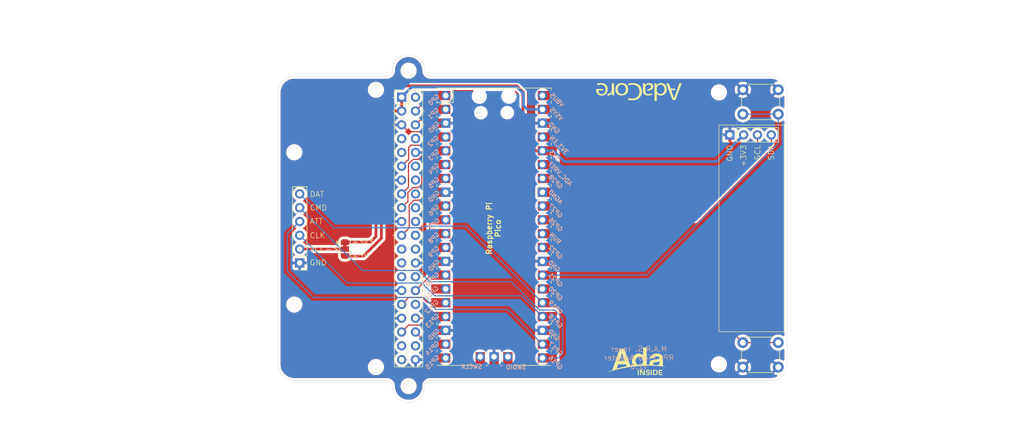
<source format=kicad_pcb>
(kicad_pcb (version 20240108) (generator "pcbnew") (generator_version "8.0")
  (title_block (comment 4 "AISLER Project ID: JERZRDEO"))
  (layers (0 "F.Cu" signal) (31 "B.Cu" signal) (34 "B.Paste" user) (35 "F.Paste" user) (36 "B.SilkS" user "B.Silkscreen") (37 "F.SilkS" user "F.Silkscreen") (38 "B.Mask" user) (39 "F.Mask" user) (44 "Edge.Cuts" user))
  (net 0 "")
  (net 7 "Remote_CS")
  (net 8 "Remote_Cmd")
  (net 9 "Remote_Data")
  (net 12 "Remote_CLK")
  (net 15 "+3V3")
  (net 39 "GND")
  (net 40 "+5V")
  (net 41 "M1_B")
  (net 42 "RGB_LEDs")
  (net 43 "SDA")
  (net 44 "M2_A")
  (net 45 "M1_A")
  (net 46 "SCL")
  (net 47 "M2_B")
  (net 60 "SCREEN_SCL")
  (net 61 "SCREEN_SDA")
  (net 62 "Ultrasonic4")
  (net 63 "Ultrasonic2")
  (net 64 "Ultrasonic1")
  (net 65 "Ultrasonic3")
  (net 66 "Remote_VCC")
  (net 69 "BUTTON_L")
  (net 70 "BUTTON_R")
  (footprint "MountingHole:MountingHole_2.5mm" (layer "F.Cu") (at 95 113)
    (property "Reference" "REF**" (hide yes))
    (property "Value" "MountingHole_2.5mm" (hide yes))
  )
  (footprint "MountingHole:MountingHole_2.5mm" (layer "F.Cu") (at 89 109.5)
    (property "Reference" "REF**" (hide yes))
    (property "Value" "MountingHole_2.5mm" (hide yes))
  )
  (footprint "MountingHole:MountingHole_2.5mm" (layer "F.Cu") (at 89 58.5)
    (property "Reference" "REF**" (hide yes))
    (property "Value" "MountingHole_2.5mm" (hide yes))
  )
  (footprint "MountingHole:MountingHole_2.5mm" (layer "F.Cu") (at 74 98)
    (property "Reference" "REF**" (hide yes))
    (property "Value" "MountingHole_2.5mm" (hide yes))
  )
  (footprint "MCU_RaspberryPi_and_Boards:RPi_Pico_SMD_TH" (layer "F.Cu") (at 110.7 83.7)
    (property "Reference" "U1" (hide yes))
    (property "Value" "Pico" (hide yes))
  )
  (footprint "Jumper:SolderJumper-3_P1.3mm_Bridged12_RoundedPad1.0x1.5mm" (layer "F.Cu") (at 83.3 87.8 -90)
    (property "Reference" "JP1" (hide yes))
    (property "Value" "SolderJumper_3_Bridged12" (hide yes))
  )
  (footprint "MountingHole:MountingHole_2.5mm" (layer "F.Cu") (at 152 109)
    (property "Reference" "REF**" (hide yes))
    (property "Value" "MountingHole_2.5mm" (hide yes))
  )
  (footprint "MountingHole:MountingHole_2.5mm" (layer "F.Cu") (at 74 70)
    (property "Reference" "REF**" (hide yes))
    (property "Value" "MountingHole_2.5mm" (hide yes))
  )
  (footprint "Connector_PinHeader_2.54mm:PinHeader_1x04_P2.54mm_Vertical" (layer "F.Cu") (at 154 66.8 90)
    (property "Reference" "J2" (hide yes))
    (property "Value" "Conn_01x04_Pin" (hide yes))
  )
  (footprint "MountingHole:MountingHole_2.5mm" (layer "F.Cu") (at 152 59)
    (property "Reference" "REF**" (hide yes))
    (property "Value" "MountingHole_2.5mm" (hide yes))
  )
  (footprint "Connector_PinHeader_2.54mm:PinHeader_2x20_P2.54mm_Vertical" (layer "F.Cu") (at 93.725 59.875)
    (property "Reference" "J3" (hide yes))
    (property "Value" "Conn_02x20_Odd_Even" (hide yes))
  )
  (footprint "MountingHole:MountingHole_2.5mm" (layer "F.Cu") (at 95 55)
    (property "Reference" "REF**" (hide yes))
    (property "Value" "MountingHole_2.5mm" (hide yes))
  )
  (footprint "Button_Switch_THT:SW_PUSH_6mm" (layer "F.Cu") (at 162.9 63 180)
    (property "Reference" "SW2" (hide yes))
    (property "Value" "SW_Push" (hide yes))
  )
  (footprint "Button_Switch_THT:SW_PUSH_6mm" (layer "F.Cu") (at 156.4 105)
    (property "Reference" "SW1" (hide yes))
    (property "Value" "SW_Push" (hide yes))
  )
  (footprint "Connector_PinHeader_2.54mm:PinHeader_1x06_P2.54mm_Vertical" (layer "F.Cu") (at 75 90.35 180)
    (property "Reference" "J4" (hide yes))
    (property "Value" "Conn_01x06_Pin" (hide yes))
  )
  (gr_line (start 118.65 107.85) (end 118.35 107.85) (stroke (width 0.1)) (layer "B.SilkS"))
  (gr_line (start 102.75 69.75) (end 103.05 69.75) (stroke (width 0.1)) (layer "B.SilkS"))
  (gr_line (start 118.65 62.1) (end 118.35 62.1) (stroke (width 0.1)) (layer "B.SilkS"))
  (gr_line (start 118.65 69.75) (end 118.35 69.75) (stroke (width 0.1)) (layer "B.SilkS"))
  (gr_line (start 102.75 64.65) (end 103.05 64.65) (stroke (width 0.1)) (layer "B.SilkS"))
  (gr_line (start 102.75 62.1) (end 103.05 62.1) (stroke (width 0.1)) (layer "B.SilkS"))
  (gr_line (start 102.75 59.6) (end 103.05 59.6) (stroke (width 0.1)) (layer "B.SilkS"))
  (gr_line (start 102.75 67.2) (end 103.05 67.2) (stroke (width 0.1)) (layer "B.SilkS"))
  (gr_line (start 102.75 97.65) (end 103.05 97.65) (stroke (width 0.1)) (layer "B.SilkS"))
  (gr_line (start 118.65 97.65) (end 118.35 97.65) (stroke (width 0.1)) (layer "B.SilkS"))
  (gr_line (start 102.75 100.2) (end 103.05 100.2) (stroke (width 0.1)) (layer "B.SilkS"))
  (gr_line (start 118.65 100.2) (end 118.35 100.2) (stroke (width 0.1)) (layer "B.SilkS"))
  (gr_line (start 118.65 105.3) (end 118.35 105.3) (stroke (width 0.1)) (layer "B.SilkS"))
  (gr_line (start 118.65 95.15) (end 118.35 95.15) (stroke (width 0.1)) (layer "B.SilkS"))
  (gr_line (start 102.75 105.3) (end 103.05 105.3) (stroke (width 0.1)) (layer "B.SilkS"))
  (gr_line (start 102.75 107.8) (end 103.05 107.8) (stroke (width 0.1)) (layer "B.SilkS"))
  (gr_poly (pts (xy 140.250333 109.989278) (xy 140.26789 109.989549) (xy 140.275753 109.989844) (xy 140.283121 109.990285) (xy 140.290083 109.990901) (xy 140.296725 109.991719) (xy 140.303135 109.992771) (xy 140.309399 109.994083) (xy 140.315605 109.995687) (xy 140.32184 109.99761) (xy 140.328191 109.999882) (xy 140.334746 110.002532) (xy 140.341591 110.005589) (xy 140.348815 110.009082) (xy 140.392737 110.014213) (xy 140.435089 110.022221) (xy 140.475697 110.033194) (xy 140.514386 110.04722) (xy 140.532957 110.055404) (xy 140.550983 110.064384) (xy 140.568442 110.074171) (xy 140.585312 110.084776) (xy 140.601572 110.096208) (xy 140.6172 110.10848) (xy 140.632173 110.121603) (xy 140.646471 110.135586) (xy 140.660071 110.150442) (xy 140.672952 110.16618) (xy 140.685091 110.182813) (xy 140.696468 110.20035) (xy 140.707059 110.218803) (xy 140.716844 110.238182) (xy 140.725801 110.258498) (xy 140.733907 110.279764) (xy 140.741142 110.301988) (xy 140.747482 110.325182) (xy 140.752907 110.349358) (xy 140.757394 110.374525) (xy 140.760922 110.400695) (xy 140.763469 110.427879) (xy 140.765014 110.456088) (xy 140.765533 110.485332) (xy 140.765014 110.512831) (xy 140.763469 110.53952) (xy 140.760922 110.565402) (xy 140.757394 110.590481) (xy 140.752907 110.61476) (xy 140.747482 110.638244) (xy 140.741142 110.660936) (xy 140.733907 110.68284) (xy 140.725801 110.703958) (xy 140.716844 110.724295) (xy 140.707059 110.743855) (xy 140.696468 110.762641) (xy 140.685091 110.780656) (xy 140.672952 110.797905) (xy 140.660071 110.814391) (xy 140.646471 110.830117) (xy 140.632173 110.845088) (xy 140.6172 110.859307) (xy 140.601572 110.872777) (xy 140.585312 110.885502) (xy 140.568442 110.897486) (xy 140.550983 110.908732) (xy 140.532957 110.919244) (xy 140.514386 110.929026) (xy 140.495292 110.938081) (xy 140.475697 110.946414) (xy 140.435089 110.960923) (xy 140.392737 110.972585) (xy 140.348815 110.981426) (xy 139.892409 110.981426) (xy 139.892409 110.822676) (xy 140.090846 110.822676) (xy 140.309127 110.822676) (xy 140.334693 110.817797) (xy 140.359241 110.810623) (xy 140.382684 110.80118) (xy 140.393964 110.795618) (xy 140.404936 110.7895) (xy 140.415587 110.782829) (xy 140.425908 110.77561) (xy 140.435888 110.767846) (xy 140.445514 110.75954) (xy 140.454778 110.750697) (xy 140.463667 110.74132) (xy 140.472172 110.731412) (xy 140.48028 110.720977) (xy 140.487981 110.710019) (xy 140.495264 110.698541) (xy 140.508534 110.674042) (xy 140.520001 110.647508) (xy 140.529579 110.618968) (xy 140.53718 110.588451) (xy 140.542717 110.555987) (xy 140.546104 110.521604) (xy 140.547252 110.485332) (xy 140.547019 110.466962) (xy 140.546322 110.44906) (xy 140.545159 110.431631) (xy 140.543531 110.414678) (xy 140.541438 110.398204) (xy 140.53888 110.382214) (xy 140.535857 110.36671) (xy 140.532369 110.351697) (xy 140.528416 110.337178) (xy 140.523998 110.323157) (xy 140.519114 110.309638) (xy 140.513766 110.296623) (xy 140.507952 110.284117) (xy 140.501673 110.272124) (xy 140.49493 110.260646) (xy 140.487721 110.249688) (xy 140.480047 110.239253) (xy 140.471908 110.229345) (xy 140.463304 110.219968) (xy 140.454234 110.211124) (xy 140.4447 110.202819) (xy 140.434701 110.195055) (xy 140.424236 110.187835) (xy 140.413307 110.181165) (xy 140.401912 110.175047) (xy 140.390052 110.169484) (xy 140.377728 110.164482) (xy 140.364938 110.160042) (xy 140.351683 110.156169) (xy 140.337963 110.152867) (xy 140.323778 110.150139) (xy 140.309127 110.147988) (xy 140.090846 110.147988) (xy 140.090846 110.822676) (xy 139.892409 110.822676) (xy 139.892409 109.989239) (xy 140.229752 109.989239)) (stroke (width -0.000001)) (fill solid) (layer "F.SilkS"))
  (gr_poly (pts (xy 139.674127 110.981426) (xy 139.47569 110.981426) (xy 139.47569 109.989239) (xy 139.674127 109.989239)) (stroke (width -0.000001)) (fill solid) (layer "F.SilkS"))
  (gr_rect (start 152 65) (end 164 103) (stroke (width 0.1)) (fill none) (layer "F.SilkS"))
  (gr_line (start 92.4 77.65) (end 92.1 77.65) (stroke (width 0.1)) (layer "F.SilkS"))
  (gr_line (start 92.4 62.4) (end 92.1 62.4) (stroke (width 0.1)) (layer "F.SilkS"))
  (gr_poly (pts (xy 138.739538 109.065027) (xy 138.86678 109.067246) (xy 138.992583 109.070121) (xy 139.239658 109.077749) (xy 139.235965 109.057712) (xy 139.232708 109.037409) (xy 139.229904 109.016832) (xy 139.22757 108.995972) (xy 139.225725 108.974822) (xy 139.224386 108.953372) (xy 139.223569 108.931615) (xy 139.223357 108.914649) (xy 139.907716 108.914649) (xy 139.907909 108.923203) (xy 139.908488 108.93165) (xy 139.909449 108.939989) (xy 139.910788 108.948217) (xy 139.912502 108.956331) (xy 139.914587 108.96433) (xy 139.917041 108.972211) (xy 139.91986 108.979971) (xy 139.923041 108.987609) (xy 139.92658 108.995122) (xy 139.930474 109.002508) (xy 139.934719 109.009764) (xy 139.944251 109.023878) (xy 139.955148 109.037446) (xy 139.967385 109.050448) (xy 139.980934 109.062867) (xy 139.995768 109.074684) (xy 140.011861 109.08588) (xy 140.029186 109.096436) (xy 140.047715 109.106334) (xy 140.067422 109.115556) (xy 140.08828 109.124081) (xy 140.304412 109.140953) (xy 140.511768 109.159181) (xy 140.57288 109.151735) (xy 140.6318 109.141636) (xy 140.688288 109.128824) (xy 140.742102 109.11324) (xy 140.767931 109.104389) (xy 140.793001 109.094823) (xy 140.817281 109.084535) (xy 140.840742 109.073515) (xy 140.863352 109.061758) (xy 140.885083 109.049255) (xy 140.905903 109.036) (xy 140.925783 109.021985) (xy 140.944692 109.007201) (xy 140.962601 108.991643) (xy 140.979478 108.975302) (xy 140.995294 108.958171) (xy 141.010018 108.940242) (xy 141.02362 108.921508) (xy 141.03607 108.901962) (xy 141.047338 108.881596) (xy 141.057394 108.860402) (xy 141.066207 108.838374) (xy 141.073747 108.815503) (xy 141.079983 108.791783) (xy 141.084887 108.767205) (xy 141.088427 108.741763) (xy 141.090573 108.715448) (xy 141.091295 108.688254) (xy 141.091295 108.44127) (xy 141.063377 108.458101) (xy 141.03368 108.473892) (xy 141.002234 108.488688) (xy 140.96907 108.502536) (xy 140.934218 108.515478) (xy 140.897708 108.527562) (xy 140.85957 108.538832) (xy 140.819835 108.549333) (xy 140.778533 108.55911) (xy 140.735694 108.568208) (xy 140.645527 108.58455) (xy 140.549575 108.59872) (xy 140.448082 108.611079) (xy 140.386881 108.61828) (xy 140.32881 108.626452) (xy 140.273982 108.635723) (xy 140.222511 108.646221) (xy 140.198069 108.651971) (xy 140.174508 108.658075) (xy 140.151843 108.664551) (xy 140.130087 108.671414) (xy 140.109255 108.678679) (xy 140.089361 108.686364) (xy 140.070418 108.694484) (xy 140.052442 108.703056) (xy 140.035446 108.712094) (xy 140.019444 108.721616) (xy 140.00445 108.731637) (xy 139.990479 108.742174) (xy 139.977545 108.753242) (xy 139.965661 108.764857) (xy 139.954842 108.777036) (xy 139.945102 108.789794) (xy 139.936455 108.803148) (xy 139.928915 108.817114) (xy 139.922496 108.831707) (xy 139.917213 108.846944) (xy 139.913079 108.86284) (xy 139.910109 108.879413) (xy 139.908317 108.896677) (xy 139.907716 108.914649) (xy 139.223357 108.914649) (xy 139.223293 108.909543) (xy 139.224743 108.854866) (xy 139.229042 108.802719) (xy 139.236116 108.753042) (xy 139.245889 108.705771) (xy 139.258284 108.660844) (xy 139.273228 108.6182) (xy 139.290645 108.577775) (xy 139.310458 108.539508) (xy 139.332593 108.503337) (xy 139.356975 108.4692) (xy 139.383528 108.437033) (xy 139.412176 108.406776) (xy 139.442844 108.378366) (xy 139.475458 108.35174) (xy 139.50994 108.326837) (xy 139.546217 108.303595) (xy 139.62385 108.261841) (xy 139.707754 108.225984) (xy 139.797326 108.195523) (xy 139.891963 108.169964) (xy 139.991061 108.148806) (xy 140.094018 108.131555) (xy 140.200229 108.117711) (xy 140.309092 108.106777) (xy 140.390517 108.098903) (xy 140.468654 108.09056) (xy 140.543234 108.081522) (xy 140.613984 108.071563) (xy 140.680633 108.060458) (xy 140.74291 108.04798) (xy 140.772325 108.041156) (xy 140.800544 108.033903) (xy 140.827535 108.026195) (xy 140.853263 108.018003) (xy 140.877695 108.009297) (xy 140.900796 108.000052) (xy 140.922533 107.990236) (xy 140.942872 107.979824) (xy 140.961778 107.968786) (xy 140.979219 107.957095) (xy 140.995159 107.944721) (xy 141.009565 107.931637) (xy 141.022404 107.917815) (xy 141.033641 107.903226) (xy 141.043242 107.887842) (xy 141.051173 107.871634) (xy 141.057401 107.854576) (xy 141.061892 107.836637) (xy 141.064611 107.817791) (xy 141.065525 107.798009) (xy 141.064999 107.785063) (xy 141.063429 107.772284) (xy 141.060824 107.759688) (xy 141.057194 107.74729) (xy 141.052552 107.735107) (xy 141.046905 107.723155) (xy 141.040266 107.711449) (xy 141.032644 107.700005) (xy 141.014494 107.677971) (xy 140.992538 107.65718) (xy 140.966859 107.63776) (xy 140.93754 107.61984) (xy 140.904663 107.603548) (xy 140.868312 107.589012) (xy 140.82857 107.57636) (xy 140.785519 107.565721) (xy 140.739242 107.557223) (xy 140.689823 107.550995) (xy 140.637344 107.547163) (xy 140.581889 107.545858) (xy 140.536176 107.547126) (xy 140.489988 107.550943) (xy 140.443695 107.557322) (xy 140.397666 107.566279) (xy 140.374866 107.571729) (xy 140.35227 107.577829) (xy 140.329925 107.584581) (xy 140.307876 107.591988) (xy 140.286171 107.60005) (xy 140.264855 107.608769) (xy 140.243974 107.618149) (xy 140.223575 107.62819) (xy 140.203703 107.638894) (xy 140.184405 107.650263) (xy 140.165728 107.6623) (xy 140.147716 107.675006) (xy 140.130417 107.688383) (xy 140.113877 107.702433) (xy 140.098141 107.717157) (xy 140.083256 107.732558) (xy 140.069269 107.748638) (xy 140.056224 107.765398) (xy 140.044169 107.78284) (xy 140.03315 107.800967) (xy 140.023212 107.81978) (xy 140.014402 107.839281) (xy 140.006767 107.859472) (xy 140.000351 107.880354) (xy 139.321034 107.880354) (xy 139.328521 107.83346) (xy 139.338413 107.787365) (xy 139.350672 107.742115) (xy 139.36526 107.697753) (xy 139.38214 107.654327) (xy 139.401274 107.61188) (xy 139.422625 107.570459) (xy 139.446154 107.530108) (xy 139.471824 107.490872) (xy 139.499597 107.452798) (xy 139.561302 107.380312) (xy 139.630967 107.313012) (xy 139.708291 107.25126) (xy 139.792973 107.195418) (xy 139.88471 107.145848) (xy 139.983201 107.102911) (xy 140.088144 107.066969) (xy 140.199238 107.038385) (xy 140.316181 107.017519) (xy 140.438672 107.004734) (xy 140.566409 107.000393) (xy 140.664356 107.002392) (xy 140.75665 107.008246) (xy 140.843458 107.017739) (xy 140.924947 107.030656) (xy 141.001283 107.04678) (xy 141.072634 107.065895) (xy 141.139166 107.087787) (xy 141.201046 107.112238) (xy 141.258441 107.139034) (xy 141.311517 107.167958) (xy 141.360442 107.198796) (xy 141.405381 107.23133) (xy 141.446503 107.265345) (xy 141.483974 107.300626) (xy 141.51796 107.336956) (xy 141.548628 107.37412) (xy 141.576145 107.411902) (xy 141.600678 107.450086) (xy 141.622394 107.488457) (xy 141.64146 107.526799) (xy 141.658041 107.564895) (xy 141.672306 107.60253) (xy 141.694552 107.675555) (xy 141.709532 107.744147) (xy 141.718579 107.80658) (xy 141.723029 107.861127) (xy 141.724216 107.906062) (xy 141.724216 109.285218) (xy 141.724278 109.292145) (xy 141.724442 109.299234) (xy 141.724939 109.313724) (xy 141.838607 109.334047) (xy 141.939711 109.35365) (xy 141.985414 109.363115) (xy 142.027812 109.37232) (xy 142.06685 109.381238) (xy 142.102473 109.389844) (xy 142.134627 109.39811) (xy 142.163256 109.40601) (xy 142.188306 109.413518) (xy 142.209721 109.420605) (xy 142.227448 109.427247) (xy 142.241432 109.433417) (xy 142.251617 109.439087) (xy 142.255268 109.441727) (xy 142.257949 109.444232) (xy 141.345725 109.344177) (xy 140.449824 109.280494) (xy 139.573182 109.250332) (xy 138.718735 109.250844) (xy 137.889419 109.279181) (xy 137.08817 109.332495) (xy 136.317924 109.407937) (xy 135.581616 109.50266) (xy 134.882184 109.613815) (xy 134.222562 109.738553) (xy 133.605687 109.874027) (xy 133.034494 110.017387) (xy 132.51192 110.165786) (xy 132.040901 110.316375) (xy 131.624373 110.466306) (xy 131.265271 110.612731) (xy 131.402373 110.539378) (xy 131.54147 110.467973) (xy 131.682483 110.398505) (xy 131.82533 110.330964) (xy 131.96993 110.265336) (xy 132.116203 110.201612) (xy 132.264068 110.139781) (xy 132.413445 110.07983) (xy 132.513664 109.792185) (xy 133.229812 109.792185) (xy 133.451749 109.72445) (xy 133.675486 109.660274) (xy 133.900802 109.599622) (xy 134.127477 109.542461) (xy 134.355292 109.488756) (xy 134.584024 109.438474) (xy 134.813456 109.39158) (xy 135.043365 109.34804) (xy 134.926406 109.002129) (xy 133.500936 109.002129) (xy 133.229812 109.792185) (xy 132.513664 109.792185) (xy 133.009444 108.369217) (xy 133.711937 108.369217) (xy 134.710252 108.369217) (xy 134.211132 106.902612) (xy 133.711937 108.369217) (xy 133.009444 108.369217) (xy 133.783977 106.14618) (xy 134.643345 106.14618) (xy 135.721847 109.238965) (xy 135.850351 109.221443) (xy 135.978687 109.204923) (xy 136.106818 109.189404) (xy 136.234712 109.174885) (xy 136.209723 109.133179) (xy 136.186089 109.090387) (xy 136.163843 109.04654) (xy 136.143023 109.001672) (xy 136.123664 108.955812) (xy 136.105802 108.908993) (xy 136.089471 108.861246) (xy 136.074708 108.812603) (xy 136.061548 108.763095) (xy 136.050028 108.712754) (xy 136.040182 108.661611) (xy 136.032046 108.609698) (xy 136.025656 108.557046) (xy 136.021048 108.503687) (xy 136.018257 108.449652) (xy 136.017406 108.400074) (xy 136.701783 108.400074) (xy 136.702316 108.43058) (xy 136.703901 108.460717) (xy 136.706518 108.490467) (xy 136.710148 108.519811) (xy 136.71477 108.548729) (xy 136.720365 108.577202) (xy 136.726913 108.605212) (xy 136.734393 108.63274) (xy 136.742786 108.659766) (xy 136.752073 108.686271) (xy 136.762232 108.712236) (xy 136.773245 108.737642) (xy 136.785091 108.76247) (xy 136.797751 108.786701) (xy 136.811204 108.810316) (xy 136.825431 108.833296) (xy 136.840411 108.855622) (xy 136.856126 108.877274) (xy 136.872554 108.898234) (xy 136.889676 108.918483) (xy 136.907473 108.938001) (xy 136.925924 108.956769) (xy 136.945009 108.974769) (xy 136.964708 108.99198) (xy 136.985003 109.008385) (xy 137.005871 109.023965) (xy 137.027295 109.038699) (xy 137.049253 109.052569) (xy 137.071727 109.065556) (xy 137.094695 109.077641) (xy 137.118139 109.088805) (xy 137.142037 109.099029) (xy 137.275048 109.091694) (xy 137.407361 109.085228) (xy 137.538928 109.079616) (xy 137.669699 109.074841) (xy 137.712117 109.050872) (xy 137.752742 109.023817) (xy 137.791443 108.993818) (xy 137.828091 108.961015) (xy 137.862555 108.925551) (xy 137.894704 108.887565) (xy 137.92441 108.847199) (xy 137.951541 108.804594) (xy 137.975968 108.759891) (xy 137.997561 108.713231) (xy 138.016188 108.664755) (xy 138.031721 108.614604) (xy 138.044028 108.56292) (xy 138.05298 108.509843) (xy 138.058447 108.455514) (xy 138.060298 108.400074) (xy 138.059416 108.360768) (xy 138.056797 108.321991) (xy 138.052484 108.283789) (xy 138.046519 108.246212) (xy 138.038945 108.209304) (xy 138.029804 108.173115) (xy 138.019139 108.13769) (xy 138.006992 108.103077) (xy 137.993404 108.069323) (xy 137.97842 108.036476) (xy 137.96208 108.004582) (xy 137.944428 107.973688) (xy 137.925505 107.943842) (xy 137.905355 107.91509) (xy 137.884019 107.88748) (xy 137.861541 107.86106) (xy 137.837962 107.835875) (xy 137.813324 107.811974) (xy 137.787671 107.789403) (xy 137.761044 107.768209) (xy 137.733486 107.74844) (xy 137.705039 107.730143) (xy 137.675746 107.713365) (xy 137.645649 107.698153) (xy 137.614791 107.684554) (xy 137.583213 107.672615) (xy 137.550959 107.662384) (xy 137.51807 107.653907) (xy 137.48459 107.647232) (xy 137.45056 107.642405) (xy 137.416022 107.639475) (xy 137.38102 107.638488) (xy 137.346021 107.639446) (xy 137.311488 107.642292) (xy 137.277461 107.646985) (xy 137.243983 107.653484) (xy 137.211098 107.661746) (xy 137.178846 107.671731) (xy 137.147271 107.683397) (xy 137.116415 107.696702) (xy 137.08632 107.711605) (xy 137.057029 107.728065) (xy 137.028584 107.74604) (xy 137.001028 107.765489) (xy 136.974402 107.78637) (xy 136.94875 107.808641) (xy 136.924114 107.832262) (xy 136.900536 107.857191) (xy 136.878058 107.883386) (xy 136.856723 107.910806) (xy 136.836573 107.939409) (xy 136.817652 107.969154) (xy 136.8 108) (xy 136.783661 108.031904) (xy 136.768676 108.064827) (xy 136.755089 108.098725) (xy 136.742942 108.133558) (xy 136.732277 108.169284) (xy 136.723136 108.205862) (xy 136.715562 108.24325) (xy 136.709597 108.281406) (xy 136.705284 108.32029) (xy 136.702665 108.35986) (xy 136.701783 108.400074) (xy 136.017406 108.400074) (xy 136.017319 108.394973) (xy 136.018978 108.321726) (xy 136.023902 108.249669) (xy 136.032007 108.178877) (xy 136.04321 108.109425) (xy 136.057428 108.041386) (xy 136.074578 107.974836) (xy 136.094578 107.909848) (xy 136.117344 107.846498) (xy 136.142794 107.784859) (xy 136.170844 107.725005) (xy 136.201413 107.667013) (xy 136.234416 107.610954) (xy 136.26977 107.556905) (xy 136.307394 107.50494) (xy 136.347204 107.455133) (xy 136.389117 107.407558) (xy 136.433051 107.36229) (xy 136.478921 107.319403) (xy 136.526646 107.278971) (xy 136.576143 107.24107) (xy 136.627328 107.205773) (xy 136.680119 107.173155) (xy 136.734432 107.143291) (xy 136.790185 107.116254) (xy 136.847295 107.092119) (xy 136.905679 107.070961) (xy 136.965254 107.052853) (xy 137.025938 107.037871) (xy 137.087646 107.026089) (xy 137.150297 107.017581) (xy 137.213807 107.012422) (xy 137.278094 107.010686) (xy 137.335496 107.012005) (xy 137.391905 107.015932) (xy 137.44729 107.022423) (xy 137.501621 107.031432) (xy 137.554867 107.042913) (xy 137.606998 107.056822) (xy 137.657984 107.073113) (xy 137.707794 107.091741) (xy 137.756397 107.11266) (xy 137.803765 107.135826) (xy 137.849865 107.161194) (xy 137.894668 107.188717) (xy 137.938143 107.218351) (xy 137.98026 107.250051) (xy 138.020988 107.283771) (xy 138.060298 107.319467) (xy 138.060298 105.888862) (xy 138.739538 105.888862)) (stroke (width -0.000001)) (fill solid) (layer "F.SilkS"))
  (gr_line (start 97.95 95.4) (end 97.65 95.4) (stroke (width 0.1)) (layer "F.SilkS"))
  (gr_poly (pts (xy 138.961828 109.969799) (xy 138.982944 109.970998) (xy 139.003268 109.972976) (xy 139.022811 109.975712) (xy 139.041583 109.97919) (xy 139.059596 109.983391) (xy 139.076861 109.988297) (xy 139.093388 109.993889) (xy 139.109188 110.00015) (xy 139.124273 110.007062) (xy 139.138652 110.014606) (xy 139.152338 110.022764) (xy 139.16534 110.031517) (xy 139.177671 110.040849) (xy 139.189339 110.05074) (xy 139.200358 110.061172) (xy 139.210737 110.072128) (xy 139.220488 110.083588) (xy 139.22962 110.095536) (xy 139.238146 110.107952) (xy 139.246077 110.120819) (xy 139.253422 110.134118) (xy 139.260193 110.147832) (xy 139.266401 110.161941) (xy 139.27717 110.191276) (xy 139.285818 110.221976) (xy 139.292431 110.253898) (xy 139.297097 110.286895) (xy 139.098659 110.286895) (xy 139.094473 110.268761) (xy 139.089357 110.251587) (xy 139.083311 110.235401) (xy 139.079939 110.227688) (xy 139.076335 110.220232) (xy 139.072498 110.213039) (xy 139.068428 110.20611) (xy 139.064126 110.19945) (xy 139.059591 110.193063) (xy 139.054824 110.186952) (xy 139.049824 110.181121) (xy 139.044592 110.175574) (xy 139.039127 110.170313) (xy 139.03343 110.165343) (xy 139.0275 110.160667) (xy 139.021338 110.156289) (xy 139.014943 110.152213) (xy 139.008315 110.148442) (xy 139.001455 110.14498) (xy 138.994363 110.14183) (xy 138.987038 110.138997) (xy 138.97948 110.136483) (xy 138.97169 110.134293) (xy 138.963667 110.132429) (xy 138.955412 110.130897) (xy 138.946924 110.129698) (xy 138.938204 110.128838) (xy 138.929251 110.128319) (xy 138.920065 110.128145) (xy 138.905425 110.12861) (xy 138.898297 110.129191) (xy 138.891307 110.130005) (xy 138.884463 110.131052) (xy 138.877771 110.132331) (xy 138.871239 110.133842) (xy 138.864875 110.135586) (xy 138.858684 110.137563) (xy 138.852676 110.139772) (xy 138.846856 110.142214) (xy 138.841233 110.144888) (xy 138.835813 110.147795) (xy 138.830603 110.150934) (xy 138.825612 110.154306) (xy 138.820846 110.157911) (xy 138.816313 110.161748) (xy 138.812019 110.165817) (xy 138.807973 110.170119) (xy 138.804181 110.174654) (xy 138.80065 110.179421) (xy 138.797388 110.184421) (xy 138.794403 110.189653) (xy 138.791701 110.195118) (xy 138.789289 110.200815) (xy 138.787176 110.206745) (xy 138.785367 110.212907) (xy 138.783872 110.219302) (xy 138.782696 110.22593) (xy 138.781847 110.23279) (xy 138.781332 110.239882) (xy 138.781159 110.247208) (xy 138.781866 110.261635) (xy 138.784027 110.27519) (xy 138.787699 110.287932) (xy 138.79012 110.294015) (xy 138.792941 110.299917) (xy 138.796169 110.305645) (xy 138.799811 110.311205) (xy 138.808366 110.321854) (xy 138.818666 110.331921) (xy 138.830768 110.341465) (xy 138.84473 110.350544) (xy 138.860611 110.359216) (xy 138.878469 110.367539) (xy 138.898361 110.375571) (xy 138.920346 110.383371) (xy 138.944482 110.390997) (xy 138.970828 110.398506) (xy 138.99944 110.405957) (xy 139.038978 110.414096) (xy 139.075753 110.42363) (xy 139.093115 110.428921) (xy 139.109797 110.43456) (xy 139.125803 110.440548) (xy 139.141137 110.446885) (xy 139.155802 110.453571) (xy 139.169803 110.460605) (xy 139.183142 110.467988) (xy 139.195824 110.47572) (xy 139.207851 110.483801) (xy 139.219228 110.492231) (xy 139.229958 110.50101) (xy 139.240046 110.510137) (xy 139.249493 110.519613) (xy 139.258305 110.529438) (xy 139.266485 110.539612) (xy 139.274036 110.550135) (xy 139.280962 110.561006) (xy 139.287267 110.572226) (xy 139.292954 110.583795) (xy 139.298027 110.595713) (xy 139.302489 110.60798) (xy 139.306345 110.620595) (xy 139.309597 110.63356) (xy 139.31225 110.646873) (xy 139.314308 110.660535) (xy 139.315772 110.674545) (xy 139.316649 110.688905) (xy 139.31694 110.703613) (xy 139.316422 110.721926) (xy 139.314886 110.739658) (xy 139.312362 110.756808) (xy 139.308879 110.773377) (xy 139.304465 110.789364) (xy 139.29915 110.80477) (xy 139.292964 110.819595) (xy 139.285934 110.833838) (xy 139.278091 110.8475) (xy 139.269462 110.860581) (xy 139.260078 110.87308) (xy 139.249967 110.884998) (xy 139.239159 110.896334) (xy 139.227682 110.907089) (xy 139.215565 110.917263) (xy 139.202839 110.926856) (xy 139.18953 110.935867) (xy 139.17567 110.944296) (xy 139.146408 110.959412) (xy 139.115286 110.972202) (xy 139.082536 110.982666) (xy 139.048391 110.990805) (xy 139.013083 110.996619) (xy 138.976844 111.000107) (xy 138.939909 111.00127) (xy 138.896428 111.000102) (xy 138.875569 110.998637) (xy 138.855302 110.99658) (xy 138.83563 110.993927) (xy 138.816559 110.990674) (xy 138.79809 110.986819) (xy 138.780229 110.982356) (xy 138.762977 110.977283) (xy 138.74634 110.971596) (xy 138.730321 110.965291) (xy 138.714923 110.958365) (xy 138.700149 110.950814) (xy 138.686005 110.942635) (xy 138.672492 110.933823) (xy 138.659616 110.924375) (xy 138.647379 110.914288) (xy 138.635785 110.903558) (xy 138.624838 110.892181) (xy 138.614541 110.880153) (xy 138.604898 110.867472) (xy 138.595913 110.854132) (xy 138.58759 110.840132) (xy 138.579931 110.825467) (xy 138.572941 110.810133) (xy 138.566622 110.794126) (xy 138.56098 110.777444) (xy 138.556018 110.760083) (xy 138.551738 110.742038) (xy 138.548145 110.723307) (xy 138.545242 110.703886) (xy 138.543034 110.68377) (xy 138.741472 110.68377) (xy 138.743505 110.694758) (xy 138.74588 110.705396) (xy 138.74859 110.715687) (xy 138.751626 110.725628) (xy 138.754982 110.73522) (xy 138.758651 110.744464) (xy 138.762624 110.753359) (xy 138.766896 110.761905) (xy 138.771459 110.770102) (xy 138.776305 110.77795) (xy 138.781427 110.78545) (xy 138.786817 110.7926) (xy 138.79247 110.799402) (xy 138.798377 110.805855) (xy 138.804531 110.81196) (xy 138.810925 110.817715) (xy 138.817551 110.823122) (xy 138.824402 110.82818) (xy 138.831472 110.832889) (xy 138.838752 110.837249) (xy 138.846236 110.84126) (xy 138.853916 110.844923) (xy 138.861785 110.848237) (xy 138.869836 110.851201) (xy 138.878061 110.853818) (xy 138.886453 110.856085) (xy 138.895005 110.858003) (xy 138.903709 110.859573) (xy 138.912559 110.860794) (xy 138.921547 110.861666) (xy 138.939909 110.862364) (xy 138.949094 110.86219) (xy 138.958042 110.861676) (xy 138.966751 110.860827) (xy 138.975217 110.859651) (xy 138.983435 110.858155) (xy 138.991403 110.856346) (xy 138.999116 110.854233) (xy 139.006571 110.851822) (xy 139.013765 110.849119) (xy 139.020694 110.846134) (xy 139.027353 110.842872) (xy 139.03374 110.839342) (xy 139.039851 110.83555) (xy 139.045683 110.831503) (xy 139.05123 110.827209) (xy 139.056491 110.822676) (xy 139.061461 110.81791) (xy 139.066137 110.812919) (xy 139.070514 110.80771) (xy 139.074591 110.80229) (xy 139.078362 110.796666) (xy 139.081824 110.790847) (xy 139.084973 110.784838) (xy 139.087807 110.778648) (xy 139.090321 110.772283) (xy 139.092511 110.765751) (xy 139.094374 110.75906) (xy 139.095907 110.752215) (xy 139.097106 110.745226) (xy 139.097966 110.738098) (xy 139.098485 110.730839) (xy 139.098659 110.723457) (xy 139.098174 110.70903) (xy 139.096643 110.695475) (xy 139.09395 110.682733) (xy 139.089977 110.670747) (xy 139.087475 110.66502) (xy 139.084609 110.659459) (xy 139.081366 110.654059) (xy 139.07773 110.648811) (xy 139.073687 110.643708) (xy 139.069223 110.638744) (xy 139.064322 110.63391) (xy 139.058971 110.6292) (xy 139.04686 110.620121) (xy 139.032771 110.611449) (xy 139.01659 110.603125) (xy 138.9982 110.595093) (xy 138.977484 110.587293) (xy 138.954326 110.579668) (xy 138.928611 110.572158) (xy 138.900221 110.564707) (xy 138.863954 110.556786) (xy 138.829605 110.547848) (xy 138.797233 110.537805) (xy 138.766896 110.52657) (xy 138.752509 110.520478) (xy 138.738652 110.514056) (xy 138.725333 110.507292) (xy 138.712558 110.500176) (xy 138.700337 110.492697) (xy 138.688674 110.484843) (xy 138.677579 110.476604) (xy 138.667057 110.467969) (xy 138.657117 110.458927) (xy 138.647766 110.449467) (xy 138.63901 110.439579) (xy 138.630858 110.42925) (xy 138.623316 110.418472) (xy 138.616392 110.407231) (xy 138.610093 110.395519) (xy 138.604426 110.383323) (xy 138.599398 110.370633) (xy 138.595017 110.357438) (xy 138.59129 110.343727) (xy 138.588225 110.329489) (xy 138.585828 110.314713) (xy 138.584107 110.299389) (xy 138.583069 110.283505) (xy 138.582721 110.267051) (xy 138.583183 110.250484) (xy 138.584553 110.234277) (xy 138.586809 110.21844) (xy 138.58993 110.202985) (xy 138.593894 110.187923) (xy 138.59868 110.173263) (xy 138.604264 110.159018) (xy 138.610627 110.145198) (xy 138.617745 110.131814) (xy 138.625597 110.118877) (xy 138.634161 110.106398) (xy 138.643415 110.094387) (xy 138.653339 110.082856) (xy 138.663908 110.071816) (xy 138.675103 110.061277) (xy 138.686901 110.05125) (xy 138.69928 110.041747) (xy 138.712219 110.032778) (xy 138.725696 110.024353) (xy 138.739689 110.016485) (xy 138.754175 110.009183) (xy 138.769134 110.00246) (xy 138.800383 109.990789) (xy 138.833258 109.98156) (xy 138.867588 109.97486) (xy 138.903196 109.970775) (xy 138.939909 109.969395)) (stroke (width -0.000001)) (fill solid) (layer "F.SilkS"))
  (gr_line (start 92.4 103.05) (end 92.1 103.05) (stroke (width 0.1)) (layer "F.SilkS"))
  (gr_line (start 92.4 80.2) (end 92.1 80.2) (stroke (width 0.1)) (layer "F.SilkS"))
  (gr_poly (pts (xy 141.638659 110.147988) (xy 141.142565 110.147988) (xy 141.142565 110.405957) (xy 141.598971 110.405957) (xy 141.598971 110.564707) (xy 141.142565 110.564707) (xy 141.142565 110.822676) (xy 141.638659 110.822676) (xy 141.638659 110.981426) (xy 140.944127 110.981426) (xy 140.944127 109.989239) (xy 141.638659 109.989239)) (stroke (width -0.000001)) (fill solid) (layer "F.SilkS"))
  (gr_line (start 92.4 59.95) (end 92.1 59.95) (stroke (width 0.1)) (layer "F.SilkS"))
  (gr_poly (pts (xy 142.315346 57.31361) (xy 142.791596 57.31361) (xy 143.152663 58.290774) (xy 143.973228 58.290774) (xy 143.866552 58.602594) (xy 143.242923 58.602594) (xy 143.769029 60.060501) (xy 144.728346 57.31361) (xy 145.172846 57.31361) (xy 144.016764 60.391419) (xy 143.486496 60.400426)) (stroke (width -0.000001)) (fill solid) (layer "F.SilkS"))
  (gr_poly (pts (xy 130.378957 59.578144) (xy 130.323471 59.575369) (xy 130.270219 59.570692) (xy 130.219091 59.564074) (xy 130.169975 59.555473) (xy 130.122761 59.544849) (xy 130.077337 59.53216) (xy 130.033592 59.517365) (xy 129.991415 59.500423) (xy 129.950696 59.481294) (xy 129.911323 59.459936) (xy 129.873185 59.436308) (xy 129.836172 59.410369) (xy 129.800171 59.382079) (xy 129.765073 59.351395) (xy 129.730765 59.318278) (xy 129.708261 59.295051) (xy 129.686626 59.271723) (xy 129.66588 59.248213) (xy 129.646041 59.224441) (xy 129.627128 59.200328) (xy 129.609159 59.175794) (xy 129.592152 59.150758) (xy 129.576126 59.125141) (xy 129.5611 59.098862) (xy 129.547092 59.071841) (xy 129.53412 59.044) (xy 129.522203 59.015256) (xy 129.51136 58.985532) (xy 129.501609 58.954746) (xy 129.492968 58.922818) (xy 129.485455 58.889669) (xy 129.472546 58.824508) (xy 129.461197 58.760209) (xy 129.451889 58.695981) (xy 129.44815 58.663646) (xy 129.445101 58.631032) (xy 129.442802 58.59804) (xy 129.441312 58.564572) (xy 129.440692 58.530528) (xy 129.441002 58.495809) (xy 129.442301 58.460318) (xy 129.44465 58.423954) (xy 129.448109 58.386619) (xy 129.452736 58.348214) (xy 130.748602 58.348214) (xy 130.748602 58.643617) (xy 129.846609 58.643617) (xy 129.856161 58.72157) (xy 129.863107 58.770544) (xy 129.871723 58.81753) (xy 129.882048 58.862497) (xy 129.89412 58.905412) (xy 129.907978 58.946244) (xy 129.92366 58.984961) (xy 129.941203 59.021532) (xy 129.960647 59.055926) (xy 129.982029 59.088109) (xy 130.005388 59.118052) (xy 130.030762 59.145721) (xy 130.058189 59.171087) (xy 130.087708 59.194115) (xy 130.119357 59.214776) (xy 130.153173 59.233038) (xy 130.189196 59.248868) (xy 130.222908 59.261319) (xy 130.25683 59.272236) (xy 130.290927 59.281603) (xy 130.325165 59.289403) (xy 130.359512 59.295617) (xy 130.393931 59.300228) (xy 130.428391 59.30322) (xy 130.462856 59.304574) (xy 130.497292 59.304273) (xy 130.531666 59.302299) (xy 130.565943 59.298635) (xy 130.60009 59.293264) (xy 130.634073 59.286168) (xy 130.667856 59.27733) (xy 130.701408 59.266732) (xy 130.734692 59.254357) (xy 130.759353 59.243635) (xy 130.78404 59.231227) (xy 130.808638 59.217206) (xy 130.833032 59.201647) (xy 130.857107 59.184624) (xy 130.880746 59.16621) (xy 130.903835 59.146482) (xy 130.926259 59.125511) (xy 130.947901 59.103374) (xy 130.968646 59.080143) (xy 130.98838 59.055893) (xy 131.006986 59.030699) (xy 131.024349 59.004634) (xy 131.040354 58.977772) (xy 131.054886 58.950189) (xy 131.067829 58.921957) (xy 131.091275 58.862038) (xy 131.112063 58.799146) (xy 131.130034 58.733827) (xy 131.145033 58.666632) (xy 131.156901 58.598106) (xy 131.165483 58.528799) (xy 131.170622 58.459258) (xy 131.17216 58.390032) (xy 131.16994 58.321669) (xy 131.163806 58.254716) (xy 131.153601 58.189722) (xy 131.139167 58.127235) (xy 131.120348 58.067803) (xy 131.096988 58.011973) (xy 131.083555 57.985581) (xy 131.068928 57.960294) (xy 131.053087 57.936183) (xy 131.036013 57.913315) (xy 131.005902 57.877308) (xy 130.974773 57.843586) (xy 130.942642 57.812102) (xy 130.909527 57.782811) (xy 130.875444 57.755667) (xy 130.840411 57.730625) (xy 130.804445 57.707638) (xy 130.767562 57.686661) (xy 130.72978 57.667649) (xy 130.691117 57.650555) (xy 130.651588 57.635333) (xy 130.611212 57.621939) (xy 130.570004 57.610326) (xy 130.527984 57.600449) (xy 130.485166 57.592261) (xy 130.44157 57.585718) (xy 130.352106 57.577381) (xy 130.25973 57.575073) (xy 130.164578 57.578426) (xy 130.066786 57.587076) (xy 129.966492 57.600657) (xy 129.863832 57.618803) (xy 129.758944 57.641149) (xy 129.651962 57.667328) (xy 129.650702 57.665614) (xy 129.649116 57.662696) (xy 129.647227 57.658641) (xy 129.645059 57.653519) (xy 129.639981 57.640346) (xy 129.634071 57.623725) (xy 129.627518 57.604203) (xy 129.62051 57.58233) (xy 129.613237 57.558652) (xy 129.605887 57.533719) (xy 129.570374 57.410669) (xy 129.699773 57.373934) (xy 129.828572 57.341824) (xy 129.95643 57.314964) (xy 130.0199 57.303697) (xy 130.083006 57.293978) (xy 130.145706 57.285883) (xy 130.207957 57.279491) (xy 130.269717 57.27488) (xy 130.330942 57.272128) (xy 130.391591 57.271313) (xy 130.45162 57.272513) (xy 130.510986 57.275807) (xy 130.569647 57.281272) (xy 130.569699 57.281273) (xy 130.665724 57.2952) (xy 130.757733 57.314776) (xy 130.845585 57.339857) (xy 130.92914 57.370296) (xy 131.008258 57.405948) (xy 131.082801 57.44667) (xy 131.152627 57.492316) (xy 131.217598 57.54274) (xy 131.277573 57.597799) (xy 131.332413 57.657346) (xy 131.381979 57.721238) (xy 131.426129 57.789328) (xy 131.464725 57.861473) (xy 131.497627 57.937527) (xy 131.524694 58.017345) (xy 131.545788 58.100782) (xy 131.551045 58.129075) (xy 131.555596 58.160716) (xy 131.559441 58.195228) (xy 131.56258 58.232137) (xy 131.566744 58.311249) (xy 131.568088 58.394253) (xy 131.566615 58.477353) (xy 131.562326 58.55675) (xy 131.559126 58.593873) (xy 131.555223 58.628647) (xy 131.550617 58.660596) (xy 131.545308 58.689247) (xy 131.533596 58.740021) (xy 131.520094 58.789562) (xy 131.504836 58.837843) (xy 131.487852 58.884842) (xy 131.469172 58.930532) (xy 131.448828 58.974888) (xy 131.42685 59.017887) (xy 131.403269 59.059504) (xy 131.378116 59.099713) (xy 131.351422 59.13849) (xy 131.323219 59.175809) (xy 131.293536 59.211647) (xy 131.262404 59.245979) (xy 131.229855 59.278779) (xy 131.19592 59.310023) (xy 131.160629 59.339686) (xy 131.124012 59.367743) (xy 131.086102 59.39417) (xy 131.046929 59.418941) (xy 131.006524 59.442033) (xy 130.964917 59.463419) (xy 130.92214 59.483076) (xy 130.878224 59.500979) (xy 130.833198 59.517102) (xy 130.787095 59.531421) (xy 130.739945 59.543911) (xy 130.691779 59.554548) (xy 130.642628 59.563307) (xy 130.592522 59.570162) (xy 130.541493 59.575089) (xy 130.489572 59.578064) (xy 130.436789 59.579061)) (stroke (width -0.000001)) (fill solid) (layer "F.SilkS"))
  (gr_line (start 92.4 85.3) (end 92.1 85.3) (stroke (width 0.1)) (layer "F.SilkS"))
  (gr_poly (pts (xy 138.185847 110.763145) (xy 138.185847 109.989239) (xy 138.384284 109.989239) (xy 138.384284 110.981426) (xy 138.106472 110.981426) (xy 137.709596 110.227363) (xy 137.709596 110.981426) (xy 137.511159 110.981426) (xy 137.511159 109.989239) (xy 137.788971 109.989239)) (stroke (width -0.000001)) (fill solid) (layer "F.SilkS"))
  (gr_line (start 92.4 65) (end 92.1 65) (stroke (width 0.1)) (layer "F.SilkS"))
  (gr_line (start 97.6 103.05) (end 97.9 103.05) (stroke (width 0.1)) (layer "F.SilkS"))
  (gr_poly (pts (xy 131.643087 59.576084) (xy 131.544618 59.570856) (xy 131.535426 59.209807) (xy 131.679518 59.207289) (xy 131.714752 59.206191) (xy 131.748226 59.204129) (xy 131.780063 59.201057) (xy 131.810385 59.19693) (xy 131.839313 59.191701) (xy 131.866969 59.185324) (xy 131.893474 59.177754) (xy 131.918951 59.168945) (xy 131.94352 59.15885) (xy 131.967305 59.147423) (xy 131.990425 59.134619) (xy 132.013004 59.120392) (xy 132.035162 59.104696) (xy 132.057022 59.087484) (xy 132.078705 59.068711) (xy 132.100332 59.048331) (xy 132.118261 59.030067) (xy 132.135495 59.011097) (xy 132.152009 58.991462) (xy 132.167784 58.971205) (xy 132.182794 58.950366) (xy 132.197019 58.928988) (xy 132.210436 58.907112) (xy 132.223022 58.884781) (xy 132.234755 58.862035) (xy 132.245612 58.838916) (xy 132.255571 58.815467) (xy 132.264608 58.791728) (xy 132.272703 58.767741) (xy 132.279832 58.743549) (xy 132.285973 58.719193) (xy 132.291103 58.694715) (xy 132.294536 58.663793) (xy 132.297697 58.610432) (xy 132.300529 58.537154) (xy 132.302974 58.446482) (xy 132.306475 58.223047) (xy 132.307743 57.960309) (xy 132.307743 57.314303) (xy 132.734436 57.314303) (xy 132.755896 59.529827) (xy 132.373392 59.529827) (xy 132.373465 59.4732) (xy 132.372633 59.416639) (xy 132.370898 59.36014) (xy 132.368263 59.303701) (xy 132.36473 59.247322) (xy 132.360303 59.190999) (xy 132.354982 59.134731) (xy 132.348773 59.078516) (xy 132.300734 59.173324) (xy 132.288113 59.197201) (xy 132.274757 59.220487) (xy 132.260688 59.243168) (xy 132.245929 59.265229) (xy 132.230502 59.286658) (xy 132.21443 59.30744) (xy 132.197734 59.327562) (xy 132.180437 59.347011) (xy 132.162562 59.365772) (xy 132.14413 59.383831) (xy 132.125165 59.401176) (xy 132.105687 59.417793) (xy 132.085721 59.433667) (xy 132.065288 59.448786) (xy 132.044409 59.463135) (xy 132.023109 59.476701) (xy 132.001409 59.48947) (xy 131.979331 59.501428) (xy 131.956897 59.512562) (xy 131.934131 59.522859) (xy 131.911054 59.532304) (xy 131.887688 59.540883) (xy 131.864057 59.548584) (xy 131.840182 59.555392) (xy 131.816085 59.561294) (xy 131.79179 59.566276) (xy 131.767317 59.570325) (xy 131.742691 59.573426) (xy 131.717932 59.575566) (xy 131.693064 59.576732) (xy 131.668108 59.576909)) (stroke (width -0.000001)) (fill solid) (layer "F.SilkS"))
  (gr_poly (pts (xy 140.141732 57.439863) (xy 140.125178 57.311927) (xy 140.537347 57.31361) (xy 140.540345 57.671998) (xy 140.542051 57.67804) (xy 140.542892 57.680709) (xy 140.543736 57.683134) (xy 140.544594 57.685311) (xy 140.545474 57.687232) (xy 140.546385 57.688891) (xy 140.547337 57.690282) (xy 140.548338 57.691399) (xy 140.549399 57.692235) (xy 140.549954 57.692546) (xy 140.550527 57.692784) (xy 140.55112 57.69295) (xy 140.551733 57.693041) (xy 140.552367 57.693057) (xy 140.553025 57.692997) (xy 140.554412 57.692648) (xy 140.555904 57.691987) (xy 140.55751 57.691008) (xy 140.559239 57.689704) (xy 140.561099 57.68807) (xy 140.563102 57.686098) (xy 140.565254 57.683783) (xy 140.567566 57.681119) (xy 140.570047 57.678099) (xy 140.572706 57.674716) (xy 140.575552 57.670965) (xy 140.581841 57.662334) (xy 140.588988 57.652153) (xy 140.597066 57.640374) (xy 140.606149 57.626946) (xy 140.624709 57.601026) (xy 140.645119 57.575589) (xy 140.667283 57.5507) (xy 140.691105 57.526426) (xy 140.71649 57.502831) (xy 140.74334 57.479983) (xy 140.771561 57.457947) (xy 140.801057 57.436789) (xy 140.83173 57.416576) (xy 140.863486 57.397372) (xy 140.896229 57.379245) (xy 140.929861 57.36226) (xy 140.964289 57.346483) (xy 140.999415 57.33198) (xy 141.035143 57.318817) (xy 141.071378 57.30706) (xy 141.090477 57.302088) (xy 141.113885 57.297331) (xy 141.171213 57.288618) (xy 141.238525 57.281238) (xy 141.310982 57.275507) (xy 141.383747 57.271742) (xy 141.451983 57.270259) (xy 141.51085 57.271374) (xy 141.535259 57.273004) (xy 141.555511 57.275403) (xy 141.573203 57.278549) (xy 141.59258 57.282713) (xy 141.635404 57.293741) (xy 141.682016 57.307789) (xy 141.73045 57.324158) (xy 141.778737 57.34215) (xy 141.824912 57.361065) (xy 141.867007 57.380204) (xy 141.885909 57.38964) (xy 141.903054 57.39887) (xy 141.94068 57.421479) (xy 141.977674 57.446591) (xy 142.013911 57.474049) (xy 142.049266 57.503695) (xy 142.083615 57.535375) (xy 142.116834 57.56893) (xy 142.148798 57.604204) (xy 142.179382 57.64104) (xy 142.208462 57.679282) (xy 142.235913 57.718773) (xy 142.261611 57.759356) (xy 142.285432 57.800875) (xy 142.30725 57.843173) (xy 142.326942 57.886093) (xy 142.344383 57.929479) (xy 142.359447 57.973173) (xy 142.3787 58.040443) (xy 142.39448 58.109124) (xy 142.406814 58.178921) (xy 142.415727 58.249539) (xy 142.421246 58.320684) (xy 142.423395 58.392063) (xy 142.422521 58.444215) (xy 141.987599 58.444215) (xy 141.986704 58.392181) (xy 141.983589 58.339857) (xy 141.978314 58.287611) (xy 141.970939 58.235812) (xy 141.961524 58.184828) (xy 141.950131 58.135028) (xy 141.936817 58.086782) (xy 141.921645 58.040457) (xy 141.904675 57.996422) (xy 141.885966 57.955047) (xy 141.865578 57.916699) (xy 141.843573 57.881747) (xy 141.827568 57.859414) (xy 141.810832 57.837858) (xy 141.793391 57.817089) (xy 141.775271 57.797116) (xy 141.7565 57.77795) (xy 141.737101 57.7596) (xy 141.717103 57.742076) (xy 141.696532 57.725389) (xy 141.675412 57.709547) (xy 141.653772 57.694562) (xy 141.631637 57.680442) (xy 141.609033 57.667198) (xy 141.585986 57.654839) (xy 141.562523 57.643376) (xy 141.538671 57.632818) (xy 141.514454 57.623176) (xy 141.4899 57.614458) (xy 141.465035 57.606675) (xy 141.439885 57.599838) (xy 141.414476 57.593955) (xy 141.388835 57.589036) (xy 141.362988 57.585092) (xy 141.33696 57.582132) (xy 141.310779 57.580167) (xy 141.28447 57.579206) (xy 141.25806 57.579258) (xy 141.231575 57.580335) (xy 141.205041 57.582445) (xy 141.178484 57.585599) (xy 141.151932 57.589807) (xy 141.125409 57.595077) (xy 141.098943 57.601422) (xy 141.0499 57.615909) (xy 141.0028 57.633271) (xy 140.957731 57.653415) (xy 140.91478 57.676249) (xy 140.874037 57.701681) (xy 140.83559 57.729616) (xy 140.799527 57.759963) (xy 140.765939 57.79263) (xy 140.734912 57.827523) (xy 140.706535 57.86455) (xy 140.680898 57.903618) (xy 140.658089 57.944635) (xy 140.638195 57.987508) (xy 140.621307 58.032144) (xy 140.607512 58.078452) (xy 140.596899 58.126337) (xy 140.593019 58.151315) (xy 140.589629 58.181177) (xy 140.584327 58.25283) (xy 140.581012 58.335851) (xy 140.579702 58.424797) (xy 140.580415 58.514222) (xy 140.583169 58.598684) (xy 140.587982 58.672737) (xy 140.591167 58.704159) (xy 140.594874 58.730938) (xy 140.602518 58.770753) (xy 140.612236 58.809537) (xy 140.624012 58.847226) (xy 140.637826 58.883755) (xy 140.653664 58.919061) (xy 140.671507 58.953079) (xy 140.691339 58.985746) (xy 140.713142 59.016998) (xy 140.7369 59.04677) (xy 140.762595 59.075) (xy 140.790211 59.101622) (xy 140.81973 59.126573) (xy 140.851135 59.149789) (xy 140.88441 59.171206) (xy 140.919537 59.190759) (xy 140.956499 59.208386) (xy 141.004939 59.227142) (xy 141.055243 59.241838) (xy 141.107027 59.252575) (xy 141.159902 59.259453) (xy 141.213484 59.262571) (xy 141.267386 59.262031) (xy 141.321222 59.257932) (xy 141.374604 59.250373) (xy 141.427148 59.239456) (xy 141.478467 59.22528) (xy 141.528175 59.207945) (xy 141.575885 59.187552) (xy 141.62121 59.1642) (xy 141.663766 59.137989) (xy 141.703165 59.10902) (xy 141.739022 59.077393) (xy 141.76099 59.055314) (xy 141.781783 59.032802) (xy 141.801433 59.009803) (xy 141.819974 58.986264) (xy 141.837437 58.96213) (xy 141.853855 58.937348) (xy 141.869262 58.911864) (xy 141.883689 58.885625) (xy 141.89717 58.858577) (xy 141.909737 58.830666) (xy 141.921422 58.801838) (xy 141.932259 58.77204) (xy 141.942279 58.741218) (xy 141.951516 58.709319) (xy 141.960003 58.676289) (xy 141.967771 58.642073) (xy 141.976359 58.594888) (xy 141.982487 58.545937) (xy 141.986213 58.49559) (xy 141.987599 58.444215) (xy 142.422521 58.444215) (xy 142.4222 58.463379) (xy 142.417687 58.534341) (xy 142.409882 58.604652) (xy 142.39881 58.674018) (xy 142.384498 58.742146) (xy 142.366969 58.80874) (xy 142.346252 58.873507) (xy 142.32237 58.936152) (xy 142.29535 58.996381) (xy 142.265217 59.053899) (xy 142.259377 59.063742) (xy 142.252436 59.074582) (xy 142.244484 59.086307) (xy 142.235612 59.098808) (xy 142.215463 59.125694) (xy 142.192708 59.154359) (xy 142.168066 59.183918) (xy 142.142256 59.213489) (xy 142.115995 59.24219) (xy 142.090003 59.269137) (xy 142.063289 59.295248) (xy 142.036356 59.320026) (xy 142.009138 59.343508) (xy 141.981573 59.365729) (xy 141.953594 59.386727) (xy 141.925139 59.406538) (xy 141.896143 59.425199) (xy 141.866542 59.442745) (xy 141.836272 59.459214) (xy 141.805268 59.474642) (xy 141.773466 59.489065) (xy 141.740802 59.50252) (xy 141.707212 59.515044) (xy 141.672632 59.526672) (xy 141.636997 59.537442) (xy 141.600243 59.547389) (xy 141.536888 59.561287) (xy 141.47218 59.571065) (xy 141.406562 59.576824) (xy 141.340476 59.578666) (xy 141.274367 59.576696) (xy 141.208676 59.571014) (xy 141.143845 59.561724) (xy 141.080319 59.548927) (xy 141.01854 59.532727) (xy 140.958949 59.513226) (xy 140.901992 59.490526) (xy 140.848109 59.46473) (xy 140.797744 59.43594) (xy 140.75134 59.404258) (xy 140.709338 59.369788) (xy 140.672184 59.332631) (xy 140.657211 59.3162) (xy 140.642855 59.300871) (xy 140.62946 59.28698) (xy 140.617366 59.274862) (xy 140.606915 59.264853) (xy 140.598449 59.257289) (xy 140.595068 59.254528) (xy 140.592311 59.252504) (xy 140.590221 59.251259) (xy 140.588841 59.250835) (xy 140.579039 60.563738) (xy 140.152346 60.563738)) (stroke (width -0.000001)) (fill solid) (layer "F.SilkS"))
  (gr_line (start 97.6 62.4) (end 97.9 62.4) (stroke (width 0.1)) (layer "F.SilkS"))
  (gr_line (start 97.6 64.95) (end 97.9 64.95) (stroke (width 0.1)) (layer "F.SilkS"))
  (gr_poly (pts (xy 137.292878 110.981426) (xy 137.09444 110.981426) (xy 137.09444 109.989239) (xy 137.292878 109.989239)) (stroke (width -0.000001)) (fill solid) (layer "F.SilkS"))
  (gr_line (start 97.6 100.5) (end 97.9 100.5) (stroke (width 0.1)) (layer "F.SilkS"))
  (gr_line (start 92.4 98) (end 92.1 98) (stroke (width 0.1)) (layer "F.SilkS"))
  (gr_poly (pts (xy 138.959439 59.576937) (xy 138.869229 59.572125) (xy 138.780974 59.562627) (xy 138.695598 59.548443) (xy 138.614024 59.529573) (xy 138.537176 59.506017) (xy 138.465976 59.477776) (xy 138.433513 59.461881) (xy 138.401921 59.443804) (xy 138.371259 59.423635) (xy 138.341586 59.401466) (xy 138.312961 59.377389) (xy 138.285444 59.351497) (xy 138.259092 59.32388) (xy 138.233966 59.29463) (xy 138.210123 59.26384) (xy 138.187625 59.231601) (xy 138.166528 59.198004) (xy 138.146893 59.163141) (xy 138.128778 59.127105) (xy 138.112243 59.089987) (xy 138.097346 59.051878) (xy 138.084147 59.01287) (xy 138.081533 59.00206) (xy 138.079009 58.986584) (xy 138.076572 58.96636) (xy 138.074218 58.941302) (xy 138.069745 58.876357) (xy 138.065562 58.791082) (xy 138.061641 58.684809) (xy 138.057954 58.556872) (xy 138.054471 58.406602) (xy 138.051166 58.233334) (xy 138.045365 57.94805) (xy 138.038773 57.699018) (xy 138.032201 57.513029) (xy 138.026459 57.416872) (xy 138.014201 57.314302) (xy 138.20349 57.314302) (xy 138.274062 57.314028) (xy 138.302098 57.314173) (xy 138.325839 57.314938) (xy 138.345686 57.316649) (xy 138.354275 57.31796) (xy 138.362042 57.319629) (xy 138.369036 57.321697) (xy 138.375308 57.324205) (xy 138.380909 57.327192) (xy 138.385888 57.3307) (xy 138.390296 57.334768) (xy 138.394182 57.339439) (xy 138.397599 57.344751) (xy 138.400595 57.350746) (xy 138.403221 57.357465) (xy 138.405527 57.364948) (xy 138.409382 57.382368) (xy 138.412561 57.40333) (xy 138.415467 57.428161) (xy 138.422069 57.490723) (xy 138.424565 57.511328) (xy 138.427321 57.530549) (xy 138.430245 57.547968) (xy 138.433247 57.563164) (xy 138.436235 57.575714) (xy 138.439119 57.5852) (xy 138.440494 57.588662) (xy 138.441808 57.5912) (xy 138.443051 57.592761) (xy 138.443642 57.593159) (xy 138.444211 57.593294) (xy 138.444876 57.59319) (xy 138.445749 57.592883) (xy 138.448102 57.59168) (xy 138.45122 57.589723) (xy 138.455054 57.587055) (xy 138.459557 57.583714) (xy 138.464679 57.579743) (xy 138.470371 57.57518) (xy 138.476586 57.570068) (xy 138.490385 57.558354) (xy 138.505687 57.544927) (xy 138.522102 57.530109) (xy 138.53924 57.514227) (xy 138.557655 57.497535) (xy 138.576989 57.481158) (xy 138.597174 57.465134) (xy 138.618139 57.449503) (xy 138.639814 57.434305) (xy 138.662129 57.419579) (xy 138.685014 57.405365) (xy 138.708399 57.391702) (xy 138.732214 57.378631) (xy 138.75639 57.36619) (xy 138.780855 57.35442) (xy 138.805541 57.34336) (xy 138.830377 57.33305) (xy 138.855293 57.323529) (xy 138.88022 57.314837) (xy 138.905086 57.307014) (xy 138.930672 57.30016) (xy 138.958712 57.294016) (xy 138.988855 57.288597) (xy 139.020752 57.283912) (xy 139.054052 57.279976) (xy 139.088406 57.276798) (xy 139.123463 57.274393) (xy 139.158873 57.272771) (xy 139.194287 57.271945) (xy 139.229354 57.271928) (xy 139.263724 57.27273) (xy 139.297047 57.274364) (xy 139.328974 57.276843) (xy 139.359153 57.280178) (xy 139.387236 57.284382) (xy 139.412872 57.289466) (xy 139.442115 57.296541) (xy 139.470212 57.304211) (xy 139.49723 57.312513) (xy 139.523235 57.321485) (xy 139.548294 57.331163) (xy 139.572473 57.341585) (xy 139.595839 57.352788) (xy 139.618459 57.364809) (xy 139.640398 57.377685) (xy 139.661724 57.391453) (xy 139.682502 57.406151) (xy 139.702799 57.421816) (xy 139.722682 57.438484) (xy 139.742218 57.456194) (xy 139.761472 57.474981) (xy 139.780511 57.494884) (xy 139.801436 57.518237) (xy 139.820676 57.541321) (xy 139.838277 57.564253) (xy 139.854286 57.587153) (xy 139.868748 57.61014) (xy 139.881711 57.633333) (xy 139.893219 57.656851) (xy 139.90332 57.680812) (xy 139.91206 57.705336) (xy 139.919484 57.730542) (xy 139.925639 57.756548) (xy 139.930572 57.783473) (xy 139.934328 57.811436) (xy 139.936954 57.840557) (xy 139.938495 57.870954) (xy 139.938999 57.902745) (xy 139.938608 57.933154) (xy 139.937415 57.962269) (xy 139.935386 57.990201) (xy 139.932487 58.017056) (xy 139.928684 58.042945) (xy 139.923945 58.067975) (xy 139.918234 58.092254) (xy 139.91152 58.115891) (xy 139.903768 58.138995) (xy 139.894945 58.161674) (xy 139.885017 58.184036) (xy 139.87395 58.206189) (xy 139.861712 58.228243) (xy 139.848268 58.250305) (xy 139.833586 58.272484) (xy 139.81763 58.294888) (xy 139.802443 58.314455) (xy 139.78558 58.334207) (xy 139.767158 58.354043) (xy 139.747293 58.373862) (xy 139.7261 58.393566) (xy 139.703695 58.413052) (xy 139.680194 58.432221) (xy 139.655712 58.450971) (xy 139.630366 58.469204) (xy 139.604271 58.486817) (xy 139.577542 58.503711) (xy 139.550297 58.519786) (xy 139.522649 58.53494) (xy 139.494716 58.549073) (xy 139.466612 58.562086) (xy 139.438454 58.573876) (xy 139.375206 58.597621) (xy 139.30944 58.619614) (xy 139.241123 58.639655) (xy 139.170225 58.657542) (xy 139.133799 58.665615) (xy 139.096715 58.673074) (xy 139.058972 58.679894) (xy 139.020563 58.686049) (xy 138.981486 58.691515) (xy 138.941737 58.696266) (xy 138.901312 58.700278) (xy 138.860206 58.703524) (xy 138.855956 58.438476) (xy 138.994922 58.411526) (xy 139.060129 58.397227) (xy 139.121216 58.380436) (xy 139.17812 58.361187) (xy 139.230774 58.339514) (xy 139.279115 58.315451) (xy 139.323079 58.289033) (xy 139.343399 58.274951) (xy 139.3626 58.260293) (xy 139.380674 58.245064) (xy 139.397614 58.229267) (xy 139.41341 58.212907) (xy 139.428056 58.195988) (xy 139.441543 58.178514) (xy 139.453862 58.16049) (xy 139.465006 58.14192) (xy 139.474967 58.122808) (xy 139.483737 58.103158) (xy 139.491308 58.082976) (xy 139.49767 58.062264) (xy 139.502818 58.041028) (xy 139.506742 58.019271) (xy 139.509434 57.996998) (xy 139.510886 57.974213) (xy 139.51109 57.950921) (xy 139.510039 57.927125) (xy 139.507723 57.90283) (xy 139.502587 57.870004) (xy 139.495359 57.839023) (xy 139.486141 57.809854) (xy 139.475033 57.782468) (xy 139.462135 57.756833) (xy 139.447547 57.732917) (xy 139.43137 57.71069) (xy 139.413703 57.69012) (xy 139.394648 57.671176) (xy 139.374305 57.653826) (xy 139.352773 57.63804) (xy 139.330153 57.623786) (xy 139.306546 57.611033) (xy 139.282052 57.59975) (xy 139.25677 57.589905) (xy 139.230801 57.581467) (xy 139.204247 57.574405) (xy 139.177205 57.568687) (xy 139.149778 57.564283) (xy 139.122066 57.561162) (xy 139.094168 57.559291) (xy 139.066185 57.55864) (xy 139.038217 57.559177) (xy 139.010365 57.560872) (xy 138.982728 57.563692) (xy 138.955408 57.567607) (xy 138.928504 57.572586) (xy 138.902117 57.578597) (xy 138.876347 57.585609) (xy 138.851294 57.59359) (xy 138.827058 57.60251) (xy 138.803741 57.612338) (xy 138.781338 57.623074) (xy 138.759143 57.634999) (xy 138.737233 57.648028) (xy 138.715686 57.662077) (xy 138.694579 57.677064) (xy 138.673992 57.692903) (xy 138.654003 57.709513) (xy 138.634688 57.726808) (xy 138.616127 57.744706) (xy 138.598397 57.763122) (xy 138.581576 57.781974) (xy 138.565743 57.801177) (xy 138.550975 57.820648) (xy 138.537351 57.840304) (xy 138.524949 57.86006) (xy 138.513846 57.879833) (xy 138.470188 57.962548) (xy 138.473466 58.40984) (xy 138.47627 58.636692) (xy 138.478516 58.720663) (xy 138.481532 58.788656) (xy 138.485474 58.843415) (xy 138.490497 58.887684) (xy 138.496757 58.924208) (xy 138.504408 58.955731) (xy 138.511231 58.977641) (xy 138.519306 58.999296) (xy 138.528571 59.020619) (xy 138.538963 59.041532) (xy 138.550419 59.061959) (xy 138.562878 59.081822) (xy 138.576276 59.101045) (xy 138.590552 59.11955) (xy 138.605642 59.137261) (xy 138.621485 59.154101) (xy 138.638019 59.169992) (xy 138.655179 59.184857) (xy 138.672905 59.198621) (xy 138.691134 59.211205) (xy 138.709803 59.222532) (xy 138.728851 59.232527) (xy 138.768292 59.249125) (xy 138.811822 59.262889) (xy 138.858967 59.273849) (xy 138.909247 59.282039) (xy 138.962188 59.28749) (xy 139.017312 59.290232) (xy 139.074142 59.290299) (xy 139.132203 59.287721) (xy 139.191016 59.282531) (xy 139.250106 59.274759) (xy 139.308996 59.264438) (xy 139.367209 59.2516) (xy 139.424268 59.236275) (xy 139.479697 59.218496) (xy 139.533019 59.198295) (xy 139.583758 59.175703) (xy 139.600594 59.167943) (xy 139.616741 59.161193) (xy 139.631814 59.155564) (xy 139.638828 59.153206) (xy 139.645429 59.15117) (xy 139.651569 59.149471) (xy 139.657201 59.148123) (xy 139.662275 59.14714) (xy 139.666744 59.146537) (xy 139.670559 59.146326) (xy 139.673673 59.146523) (xy 139.676038 59.147141) (xy 139.676924 59.147613) (xy 139.677605 59.148195) (xy 139.678916 59.149925) (xy 139.680531 59.152524) (xy 139.682427 59.155941) (xy 139.68458 59.160124) (xy 139.68957 59.170573) (xy 139.695316 59.183451) (xy 139.701636 59.198338) (xy 139.708347 59.214811) (xy 139.715267 59.23245) (xy 139.722211 59.250834) (xy 139.725881 59.260237) (xy 139.729921 59.269768) (xy 139.738692 59.288863) (xy 139.756018 59.324711) (xy 139.762875 59.340049) (xy 139.76548 59.346762) (xy 139.767396 59.35272) (xy 139.768514 59.357835) (xy 139.768742 59.360048) (xy 139.768731 59.362017) (xy 139.768467 59.363731) (xy 139.767938 59.365179) (xy 139.76713 59.36635) (xy 139.76603 59.367232) (xy 139.737499 59.388854) (xy 139.707033 59.409302) (xy 139.640761 59.446682) (xy 139.568136 59.479373) (xy 139.490082 59.507375) (xy 139.407522 59.530689) (xy 139.321379 59.549314) (xy 139.232576 59.563251) (xy 139.142036 59.5725) (xy 139.050683 59.577062)) (stroke (width -0.000001)) (fill solid) (layer "F.SilkS"))
  (gr_poly (pts (xy 135.885613 60.442995) (xy 135.77795 60.43694) (xy 135.731892 60.432491) (xy 135.692289 60.427068) (xy 135.620976 60.414173) (xy 135.550473 60.399259) (xy 135.483462 60.383107) (xy 135.422623 60.366499) (xy 135.370637 60.350216) (xy 135.330186 60.335039) (xy 135.315123 60.32811) (xy 135.303949 60.32175) (xy 135.296998 60.316058) (xy 135.295212 60.313493) (xy 135.294607 60.311131) (xy 135.295493 60.304426) (xy 135.298015 60.293372) (xy 135.307137 60.260682) (xy 135.320324 60.217999) (xy 135.335923 60.17026) (xy 135.352285 60.122403) (xy 135.367758 60.079366) (xy 135.380692 60.046086) (xy 135.385691 60.034648) (xy 135.389436 60.027501) (xy 135.512219 60.058862) (xy 135.575218 60.072901) (xy 135.639089 60.085687) (xy 135.703681 60.0971) (xy 135.768844 60.107021) (xy 135.834427 60.115331) (xy 135.90028 60.121911) (xy 135.966252 60.126641) (xy 136.032194 60.129401) (xy 136.097955 60.130073) (xy 136.163385 60.128538) (xy 136.228332 60.124675) (xy 136.292648 60.118366) (xy 136.35618 60.109492) (xy 136.41878 60.097932) (xy 136.48563 60.082405) (xy 136.550752 60.064093) (xy 136.614055 60.043071) (xy 136.675444 60.019416) (xy 136.734826 59.993206) (xy 136.792108 59.964515) (xy 136.847197 59.933421) (xy 136.9 59.9) (xy 136.950423 59.864328) (xy 136.998374 59.826482) (xy 137.043758 59.786539) (xy 137.086484 59.744574) (xy 137.126456 59.700665) (xy 137.163584 59.654887) (xy 137.197772 59.607317) (xy 137.228929 59.558031) (xy 137.265981 59.48944) (xy 137.298709 59.416732) (xy 137.327091 59.34043) (xy 137.351101 59.261053) (xy 137.370715 59.179123) (xy 137.38591 59.09516) (xy 137.39666 59.009685) (xy 137.402942 58.923219) (xy 137.404731 58.836282) (xy 137.402004 58.749395) (xy 137.394735 58.663079) (xy 137.382901 58.577855) (xy 137.366477 58.494243) (xy 137.345439 58.412765) (xy 137.319764 58.33394) (xy 137.289426 58.258291) (xy 137.269051 58.215028) (xy 137.246771 58.17303) (xy 137.222626 58.13232) (xy 137.196656 58.092918) (xy 137.1689 58.054847) (xy 137.139399 58.018126) (xy 137.108192 57.982777) (xy 137.075319 57.948822) (xy 137.04082 57.916281) (xy 137.004733 57.885177) (xy 136.9671 57.85553) (xy 136.92796 57.827362) (xy 136.887353 57.800693) (xy 136.845318 57.775546) (xy 136.801895 57.751941) (xy 136.757124 57.7299) (xy 136.711045 57.709444) (xy 136.663697 57.690594) (xy 136.61512 57.673372) (xy 136.565354 57.657798) (xy 136.514439 57.643895) (xy 136.462414 57.631682) (xy 136.40932 57.621183) (xy 136.355195 57.612417) (xy 136.30008 57.605407) (xy 136.244015 57.600173) (xy 136.187039 57.596737) (xy 136.129191 57.595119) (xy 136.070513 57.595342) (xy 136.011043 57.597427) (xy 135.950821 57.601394) (xy 135.889887 57.607265) (xy 135.824204 57.615188) (xy 135.758921 57.624446) (xy 135.694127 57.635293) (xy 135.629915 57.647982) (xy 135.566375 57.662767) (xy 135.503599 57.679903) (xy 135.472525 57.689431) (xy 135.441676 57.699641) (xy 135.411064 57.710566) (xy 135.380699 57.722238) (xy 135.343439 57.579812) (xy 135.328839 57.52333) (xy 135.31663 57.474829) (xy 135.30809 57.439472) (xy 135.304497 57.422425) (xy 135.304911 57.420208) (xy 135.306589 57.417748) (xy 135.309481 57.415059) (xy 135.313536 57.412156) (xy 135.324934 57.40577) (xy 135.34038 57.398712) (xy 135.359469 57.391101) (xy 135.3818 57.383059) (xy 135.406968 57.374707) (xy 135.434569 57.366166) (xy 135.464201 57.357556) (xy 135.495459 57.348999) (xy 135.527939 57.340615) (xy 135.56124 57.332526) (xy 135.594956 57.324852) (xy 135.628685 57.317715) (xy 135.662022 57.311234) (xy 135.694565 57.305532) (xy 135.774865 57.295005) (xy 135.873693 57.286216) (xy 135.984246 57.279374) (xy 136.099724 57.274687) (xy 136.213324 57.272363) (xy 136.318244 57.27261) (xy 136.407683 57.275637) (xy 136.444471 57.278258) (xy 136.474838 57.281652) (xy 136.474833 57.281652) (xy 136.56195 57.29559) (xy 136.646541 57.312478) (xy 136.72859 57.33231) (xy 136.808084 57.355077) (xy 136.885009 57.380773) (xy 136.959351 57.40939) (xy 137.031096 57.44092) (xy 137.100231 57.475357) (xy 137.166742 57.512693) (xy 137.230614 57.552921) (xy 137.291834 57.596033) (xy 137.350388 57.642021) (xy 137.406262 57.69088) (xy 137.459442 57.742601) (xy 137.509915 57.797177) (xy 137.557666 57.8546) (xy 137.576008 57.878758) (xy 137.594778 57.905226) (xy 137.613808 57.933775) (xy 137.632931 57.964177) (xy 137.651981 57.996202) (xy 137.670789 58.029623) (xy 137.689189 58.06421) (xy 137.707013 58.099734) (xy 137.724095 58.135967) (xy 137.740266 58.17268) (xy 137.755361 58.209644) (xy 137.769211 58.246631) (xy 137.781649 58.283412) (xy 137.792508 58.319757) (xy 137.801622 58.355439) (xy 137.808822 58.390228) (xy 137.82794 58.504056) (xy 137.843208 58.615779) (xy 137.849144 58.670992) (xy 137.853812 58.725849) (xy 137.85711 58.780406) (xy 137.858938 58.83472) (xy 137.859192 58.888846) (xy 137.857772 58.942842) (xy 137.854576 58.996764) (xy 137.849501 59.050669) (xy 137.842447 59.104613) (xy 137.833312 59.158653) (xy 137.821993 59.212845) (xy 137.80839 59.267246) (xy 137.775175 59.375403) (xy 137.735419 59.479196) (xy 137.689253 59.578508) (xy 137.636809 59.67322) (xy 137.578219 59.763217) (xy 137.513614 59.848381) (xy 137.443127 59.928593) (xy 137.366889 60.003737) (xy 137.285032 60.073696) (xy 137.197687 60.138351) (xy 137.104987 60.197585) (xy 137.007063 60.251282) (xy 136.904047 60.299323) (xy 136.796071 60.341591) (xy 136.683266 60.377969) (xy 136.565765 60.40834) (xy 136.529612 60.415387) (xy 136.486544 60.421747) (xy 136.38348 60.43232) (xy 136.264214 60.439895) (xy 136.136387 60.444309) (xy 136.007639 60.445397)) (stroke (width -0.000001)) (fill solid) (layer "F.SilkS"))
  (gr_line (start 92.4 72.6) (end 92.1 72.6) (stroke (width 0.1)) (layer "F.SilkS"))
  (gr_poly (pts (xy 134.068494 59.571766) (xy 134.018114 59.569465) (xy 133.968898 59.566019) (xy 133.921412 59.561434) (xy 133.876226 59.555716) (xy 133.833907 59.548873) (xy 133.795025 59.540909) (xy 133.760146 59.531833) (xy 133.7108 59.516277) (xy 133.662891 59.499125) (xy 133.616432 59.4804) (xy 133.571441 59.460125) (xy 133.527932 59.438322) (xy 133.48592 59.415016) (xy 133.445422 59.390228) (xy 133.406452 59.363982) (xy 133.369026 59.3363) (xy 133.33316 59.307207) (xy 133.298869 59.276724) (xy 133.266169 59.244875) (xy 133.235074 59.211683) (xy 133.205601 59.177171) (xy 133.177765 59.141361) (xy 133.151581 59.104278) (xy 133.127065 59.065943) (xy 133.104232 59.02638) (xy 133.083097 58.985612) (xy 133.063677 58.943661) (xy 133.045987 58.900552) (xy 133.030042 58.856306) (xy 133.015857 58.810947) (xy 133.003449 58.764498) (xy 132.992831 58.716982) (xy 132.984021 58.668421) (xy 132.977034 58.618839) (xy 132.971884 58.56826) (xy 132.968587 58.516705) (xy 132.96716 58.464198) (xy 132.967616 58.410761) (xy 132.969972 58.356419) (xy 132.974471 58.297042) (xy 132.980675 58.240151) (xy 132.988652 58.18559) (xy 132.998467 58.133203) (xy 133.010187 58.082834) (xy 133.023877 58.034329) (xy 133.039604 57.987531) (xy 133.057434 57.942285) (xy 133.077432 57.898435) (xy 133.099665 57.855825) (xy 133.124199 57.814301) (xy 133.1511 57.773705) (xy 133.180434 57.733884) (xy 133.212267 57.694681) (xy 133.246665 57.65594) (xy 133.283694 57.617506) (xy 133.311637 57.590271) (xy 133.339473 57.564542) (xy 133.367329 57.540246) (xy 133.395331 57.517308) (xy 133.423605 57.495654) (xy 133.452277 57.47521) (xy 133.481475 57.455901) (xy 133.511324 57.437654) (xy 133.541951 57.420393) (xy 133.573483 57.404046) (xy 133.606045 57.388537) (xy 133.639764 57.373793) (xy 133.674766 57.359739) (xy 133.711178 57.346302) (xy 133.749126 57.333406) (xy 133.788737 57.320978) (xy 133.821967 57.31177) (xy 133.857571 57.303435) (xy 133.895213 57.295989) (xy 133.934555 57.28945) (xy 133.97526 57.283836) (xy 134.016992 57.279164) (xy 134.059413 57.275452) (xy 134.102185 57.272718) (xy 134.144973 57.270979) (xy 134.187439 57.270252) (xy 134.229246 57.270557) (xy 134.270057 57.271909) (xy 134.309535 57.274327) (xy 134.347342 57.277828) (xy 134.383142 57.28243) (xy 134.416598 57.288151) (xy 134.464471 57.298464) (xy 134.511814 57.31057) (xy 134.558531 57.324416) (xy 134.604527 57.339951) (xy 134.649707 57.357124) (xy 134.693975 57.375884) (xy 134.737237 57.396178) (xy 134.779397 57.417955) (xy 134.82036 57.441163) (xy 134.860031 57.465752) (xy 134.898313 57.491669) (xy 134.935113 57.518863) (xy 134.970335 57.547282) (xy 135.003883 57.576875) (xy 135.035663 57.60759) (xy 135.065579 57.639376) (xy 135.084201 57.661162) (xy 135.102777 57.684857) (xy 135.121212 57.71027) (xy 135.139408 57.737212) (xy 135.157269 57.765491) (xy 135.174698 57.794916) (xy 135.191599 57.825297) (xy 135.207875 57.856442) (xy 135.223429 57.888162) (xy 135.238166 57.920265) (xy 135.251988 57.952561) (xy 135.264798 57.984858) (xy 135.276501 58.016966) (xy 135.286999 58.048695) (xy 135.296196 58.079853) (xy 135.303996 58.110249) (xy 135.310922 58.143272) (xy 135.316837 58.179078) (xy 135.321746 58.217266) (xy 135.325654 58.257435) (xy 135.328565 58.299183) (xy 135.330485 58.342109) (xy 135.331419 58.385812) (xy 135.331371 58.429891) (xy 135.331327 58.431772) (xy 134.897192 58.431772) (xy 134.895974 58.36839) (xy 134.891439 58.305451) (xy 134.883606 58.243383) (xy 134.872494 58.182617) (xy 134.858124 58.123581) (xy 134.840514 58.066703) (xy 134.819684 58.012414) (xy 134.795654 57.961141) (xy 134.768443 57.913314) (xy 134.738523 57.868148) (xy 134.72315 57.846852) (xy 134.707491 57.826404) (xy 134.69154 57.806797) (xy 134.67529 57.788021) (xy 134.658732 57.77007) (xy 134.641861 57.752937) (xy 134.624669 57.736612) (xy 134.60715 57.721089) (xy 134.589294 57.70636) (xy 134.571097 57.692416) (xy 134.55255 57.679251) (xy 134.533647 57.666857) (xy 134.51438 57.655225) (xy 134.494742 57.644348) (xy 134.474727 57.634219) (xy 134.454326 57.624829) (xy 134.433533 57.616171) (xy 134.412341 57.608238) (xy 134.390743 57.601021) (xy 134.368731 57.594512) (xy 134.346299 57.588704) (xy 134.323438 57.58359) (xy 134.300143 57.579161) (xy 134.276406 57.57541) (xy 134.227577 57.56991) (xy 134.176894 57.567028) (xy 134.124301 57.566703) (xy 134.082324 57.568761) (xy 134.04148 57.57339) (xy 134.001783 57.5805) (xy 133.963251 57.589995) (xy 133.925896 57.601784) (xy 133.889735 57.615772) (xy 133.854783 57.631868) (xy 133.821054 57.649977) (xy 133.788564 57.670007) (xy 133.757327 57.691864) (xy 133.72736 57.715456) (xy 133.698677 57.740689) (xy 133.671292 57.767471) (xy 133.645222 57.795708) (xy 133.620482 57.825307) (xy 133.597085 57.856175) (xy 133.575048 57.888219) (xy 133.554386 57.921346) (xy 133.535113 57.955462) (xy 133.517245 57.990475) (xy 133.500797 58.026292) (xy 133.485784 58.062819) (xy 133.472221 58.099963) (xy 133.460123 58.137632) (xy 133.449505 58.175732) (xy 133.440382 58.214169) (xy 133.43277 58.252852) (xy 133.426683 58.291687) (xy 133.422137 58.33058) (xy 133.419146 58.369439) (xy 133.417726 58.40817) (xy 133.417892 58.446681) (xy 133.422807 58.53162) (xy 133.433166 58.614013) (xy 133.44888 58.693468) (xy 133.469861 58.769593) (xy 133.496018 58.841996) (xy 133.527263 58.910286) (xy 133.544766 58.942766) (xy 133.563507 58.974071) (xy 133.583476 59.004152) (xy 133.604661 59.03296) (xy 133.627051 59.060445) (xy 133.650635 59.086559) (xy 133.675402 59.111254) (xy 133.701341 59.134479) (xy 133.72844 59.156186) (xy 133.756689 59.176326) (xy 133.786076 59.194851) (xy 133.81659 59.21171) (xy 133.84822 59.226855) (xy 133.880955 59.240238) (xy 133.914784 59.251809) (xy 133.949695 59.261519) (xy 133.985678 59.269319) (xy 134.022721 59.27516) (xy 134.060813 59.278994) (xy 134.099944 59.280771) (xy 134.161621 59.28028) (xy 134.221031 59.27646) (xy 134.278167 59.269271) (xy 134.333022 59.258676) (xy 134.385591 59.244637) (xy 134.435867 59.227114) (xy 134.483845 59.206068) (xy 134.529518 59.181463) (xy 134.572879 59.153258) (xy 134.613923 59.121416) (xy 134.652644 59.085897) (xy 134.689035 59.046664) (xy 134.723091 59.003678) (xy 134.754804 58.9569) (xy 134.784169 58.906292) (xy 134.81118 58.851815) (xy 134.833733 58.797344) (xy 134.852831 58.740313) (xy 134.868495 58.68115) (xy 134.880743 58.620286) (xy 134.889596 58.558149) (xy 134.895072 58.495168) (xy 134.897192 58.431772) (xy 135.331327 58.431772) (xy 135.330346 58.473944) (xy 135.328349 58.51757) (xy 135.325385 58.560368) (xy 135.321459 58.601937) (xy 135.316575 58.641874) (xy 135.310739 58.67978) (xy 135.303956 58.715252) (xy 135.29623 58.74789) (xy 135.274563 58.820356) (xy 135.248505 58.890229) (xy 135.218158 58.957407) (xy 135.183626 59.021791) (xy 135.145014 59.08328) (xy 135.102423 59.141773) (xy 135.055958 59.197172) (xy 135.005721 59.249374) (xy 134.951817 59.29828) (xy 134.894349 59.343789) (xy 134.833419 59.385801) (xy 134.769132 59.424216) (xy 134.70159 59.458933) (xy 134.630898 59.489852) (xy 134.557158 59.516873) (xy 134.480474 59.539894) (xy 134.4452 59.548186) (xy 134.405975 59.555275) (xy 134.363367 59.561168) (xy 134.317944 59.565872) (xy 134.270275 59.569392) (xy 134.220927 59.571735) (xy 134.170468 59.572908) (xy 134.119468 59.572916)) (stroke (width -0.000001)) (fill solid) (layer "F.SilkS"))
  (gr_line (start 161.5 112) (end 99 112) (stroke (width 0.05)) (layer "Edge.Cuts"))
  (gr_line (start 71 109) (end 71 59) (stroke (width 0.05)) (layer "Edge.Cuts"))
  (gr_arc (start 99 56) (mid 98.292893 55.707107) (end 98 55) (stroke (width 0.05)) (layer "Edge.Cuts"))
  (gr_line (start 91 56) (end 74 56) (stroke (width 0.05)) (layer "Edge.Cuts"))
  (gr_line (start 91 112) (end 74 112) (stroke (width 0.05)) (layer "Edge.Cuts"))
  (gr_arc (start 74 112) (mid 71.87868 111.12132) (end 71 109) (stroke (width 0.05)) (layer "Edge.Cuts"))
  (gr_arc (start 71 59) (mid 71.87868 56.87868) (end 74 56) (stroke (width 0.05)) (layer "Edge.Cuts"))
  (gr_arc (start 98 113) (mid 98.292893 112.292893) (end 99 112) (stroke (width 0.05)) (layer "Edge.Cuts"))
  (gr_arc (start 164.5 109) (mid 163.62132 111.12132) (end 161.5 112) (stroke (width 0.05)) (layer "Edge.Cuts"))
  (gr_arc (start 161.5 56) (mid 163.62132 56.87868) (end 164.5 59) (stroke (width 0.05)) (layer "Edge.Cuts"))
  (gr_arc (start 98 113) (mid 97.12132 115.12132) (end 95 116) (stroke (width 0.05)) (layer "Edge.Cuts"))
  (gr_arc (start 92 55) (mid 92.87868 52.87868) (end 95 52) (stroke (width 0.05)) (layer "Edge.Cuts"))
  (gr_line (start 164.5 59) (end 164.5 109) (stroke (width 0.05)) (layer "Edge.Cuts"))
  (gr_arc (start 92 55) (mid 91.707107 55.707107) (end 91 56) (stroke (width 0.05)) (layer "Edge.Cuts"))
  (gr_arc (start 95 52) (mid 97.12132 52.87868) (end 98 55) (stroke (width 0.05)) (layer "Edge.Cuts"))
  (gr_arc (start 95 116) (mid 92.87868 115.12132) (end 92 113) (stroke (width 0.05)) (layer "Edge.Cuts"))
  (gr_line (start 99 56) (end 161.5 56) (stroke (width 0.05)) (layer "Edge.Cuts"))
  (gr_arc (start 91 112) (mid 91.707107 112.292893) (end 92 113) (stroke (width 0.05)) (layer "Edge.Cuts"))
  (gr_text "M.A.R.S. rover\nRPi Pico Adapter\nv2.0" (at 137.292878 109.989239 0) (layer "B.SilkS") (effects (font (size 1 1) (thickness 0.1)) (justify bottom mirror)))
  (gr_text "CMD" (at 76.8 80.2 0) (layer "F.SilkS") (effects (font (size 1 1) (thickness 0.1)) (justify left)))
  (gr_text "CLK" (at 76.8 85.3 0) (layer "F.SilkS") (effects (font (size 1 1) (thickness 0.1)) (justify left)))
  (gr_text "SDA" (at 161.6 68.6 90) (layer "F.SilkS") (effects (font (size 1 1) (thickness 0.1)) (justify right)))
  (gr_text "DAT" (at 76.8 77.7 0) (layer "F.SilkS") (effects (font (size 1 1) (thickness 0.1)) (justify left)))
  (gr_text "GND" (at 154 68.6 90) (layer "F.SilkS") (effects (font (size 1 1) (thickness 0.1)) (justify right)))
  (gr_text "SCL" (at 159.1 68.6 90) (layer "F.SilkS") (effects (font (size 1 1) (thickness 0.1)) (justify right)))
  (gr_text "Raspberry Pi\nPico" (at 112 84 90) (layer "F.SilkS") (effects (font (size 1 1) (thickness 0.2) (bold yes)) (justify bottom)))
  (gr_text "+5V" (at 84.5 89 0) (layer "F.SilkS") (effects (font (size 1 1) (thickness 0.1)) (justify left)))
  (gr_text "+3V3" (at 156.5 68.6 90) (layer "F.SilkS") (effects (font (size 1 1) (thickness 0.1)) (justify right)))
  (gr_text "VCC->" (at 76.8 87.8 0) (layer "F.SilkS") (effects (font (size 1 1) (thickness 0.1)) (justify left)))
  (gr_text "GND" (at 76.8 90.3 0) (layer "F.SilkS") (effects (font (size 1 1) (thickness 0.1)) (justify left)))
  (gr_text "ATT" (at 76.8 82.7 0) (layer "F.SilkS") (effects (font (size 1 1) (thickness 0.1)) (justify left)))
  (gr_text "+3V3" (at 84.5 86.5 0) (layer "F.SilkS") (effects (font (size 1 1) (thickness 0.1)) (justify left)))
  (segment (start 72.7 91.9) (end 72.7 85.03) (width 0.2) (layer "B.Cu") (net 7))
  (segment (start 100 98.9) (end 97.8 96.7) (width 0.2) (layer "B.Cu") (net 7))
  (segment (start 77.5 96.7) (end 72.7 91.9) (width 0.2) (layer "B.Cu") (net 7))
  (segment (start 72.7 85.03) (end 75 82.73) (width 0.2) (layer "B.Cu") (net 7))
  (segment (start 119.59 105.29) (end 113.2 98.9) (width 0.2) (layer "B.Cu") (net 7))
  (segment (start 113.2 98.9) (end 100 98.9) (width 0.2) (layer "B.Cu") (net 7))
  (segment (start 97.8 96.7) (end 77.5 96.7) (width 0.2) (layer "B.Cu") (net 7))
  (segment (start 123.3 100.5) (end 123.3 107) (width 0.2) (layer "B.Cu") (net 8))
  (segment (start 123.3 107) (end 122.47 107.83) (width 0.2) (layer "B.Cu") (net 8))
  (segment (start 98.853654 93.8) (end 113.853654 93.8) (width 0.2) (layer "B.Cu") (net 8))
  (segment (start 121.8 99) (end 123.3 100.5) (width 0.2) (layer "B.Cu") (net 8))
  (segment (start 119.053654 99) (end 121.8 99) (width 0.2) (layer "B.Cu") (net 8))
  (segment (start 96.798654 91.745) (end 98.853654 93.8) (width 0.2) (layer "B.Cu") (net 8))
  (segment (start 113.853654 93.8) (end 119.053654 99) (width 0.2) (layer "B.Cu") (net 8))
  (segment (start 122.47 107.83) (end 119.59 107.83) (width 0.2) (layer "B.Cu") (net 8))
  (segment (start 75 80.19) (end 86.555 91.745) (width 0.2) (layer "B.Cu") (net 8))
  (segment (start 86.555 91.745) (end 96.798654 91.745) (width 0.2) (layer "B.Cu") (net 8))
  (segment (start 119.59 97.67) (end 105.5 83.58) (width 0.2) (layer "B.Cu") (net 9))
  (segment (start 98.095 83.58) (end 97.79 83.885) (width 0.2) (layer "B.Cu") (net 9))
  (segment (start 97.79 83.885) (end 81.235 83.885) (width 0.2) (layer "B.Cu") (net 9))
  (segment (start 105.5 83.58) (end 98.095 83.58) (width 0.2) (layer "B.Cu") (net 9))
  (segment (start 81.235 83.885) (end 75 77.65) (width 0.2) (layer "B.Cu") (net 9))
  (segment (start 83.775 94.045) (end 75 85.27) (width 0.2) (layer "B.Cu") (net 12))
  (segment (start 119.59 100.21) (end 115.78 96.4) (width 0.2) (layer "B.Cu") (net 12))
  (segment (start 99.8 96.4) (end 97.445 94.045) (width 0.2) (layer "B.Cu") (net 12))
  (segment (start 115.78 96.4) (end 99.8 96.4) (width 0.2) (layer "B.Cu") (net 12))
  (segment (start 97.445 94.045) (end 83.775 94.045) (width 0.2) (layer "B.Cu") (net 12))
  (segment (start 93 57.8) (end 89 61.8) (width 0.5) (layer "F.Cu") (net 15))
  (segment (start 118.357233 69.73) (end 116 67.372767) (width 0.5) (layer "F.Cu") (net 15))
  (segment (start 88 86.5) (end 83.3 86.5) (width 0.5) (layer "F.Cu") (net 15))
  (segment (start 89 61.8) (end 89 85.5) (width 0.5) (layer "F.Cu") (net 15))
  (segment (start 116 58.9) (end 114.9 57.8) (width 0.5) (layer "F.Cu") (net 15))
  (segment (start 119.59 69.73) (end 118.357233 69.73) (width 0.5) (layer "F.Cu") (net 15))
  (segment (start 89 85.5) (end 88 86.5) (width 0.5) (layer "F.Cu") (net 15))
  (segment (start 116 67.372767) (end 116 58.9) (width 0.5) (layer "F.Cu") (net 15))
  (segment (start 114.9 57.8) (end 93 57.8) (width 0.5) (layer "F.Cu") (net 15))
  (segment (start 151.64 71.7) (end 156.54 66.8) (width 0.5) (layer "B.Cu") (net 15))
  (segment (start 121.63 69.73) (end 123.6 71.7) (width 0.5) (layer "B.Cu") (net 15))
  (segment (start 119.59 69.73) (end 121.63 69.73) (width 0.5) (layer "B.Cu") (net 15))
  (segment (start 123.6 71.7) (end 151.64 71.7) (width 0.5) (layer "B.Cu") (net 15))
  (segment (start 93.725 64.955) (end 94.97 66.2) (width 0.2) (layer "F.Cu") (net 39))
  (segment (start 94.97 66.2) (end 97.8 66.2) (width 0.2) (layer "F.Cu") (net 39))
  (segment (start 99.35 64.65) (end 101.81 64.65) (width 0.2) (layer "F.Cu") (net 39))
  (segment (start 97.8 66.2) (end 99.35 64.65) (width 0.2) (layer "F.Cu") (net 39))
  (segment (start 90 85.8) (end 90 64.2) (width 0.5) (layer "F.Cu") (net 40))
  (segment (start 83.3 89.1) (end 86.7 89.1) (width 0.5) (layer "F.Cu") (net 40))
  (segment (start 93.725 62.415) (end 93.725 59.875) (width 0.5) (layer "F.Cu") (net 40))
  (segment (start 86.7 89.1) (end 90 85.8) (width 0.5) (layer "F.Cu") (net 40))
  (segment (start 90 64.2) (end 91.785 62.415) (width 0.5) (layer "F.Cu") (net 40))
  (segment (start 91.785 62.415) (end 93.725 62.415) (width 0.5) (layer "F.Cu") (net 40))
  (segment (start 119.59 62.11) (end 116.81 62.11) (width 0.5) (layer "B.Cu") (net 40))
  (segment (start 116.81 62.11) (end 116.1 61.4) (width 0.5) (layer "B.Cu") (net 40))
  (segment (start 114.9 58) (end 95.6 58) (width 0.5) (layer "B.Cu") (net 40))
  (segment (start 95.6 58) (end 93.725 59.875) (width 0.5) (layer "B.Cu") (net 40))
  (segment (start 116.1 59.2) (end 114.9 58) (width 0.5) (layer "B.Cu") (net 40))
  (segment (start 116.1 61.4) (end 116.1 59.2) (width 0.5) (layer "B.Cu") (net 40))
  (segment (start 101.505 100.515) (end 101.81 100.21) (width 0.2) (layer "F.Cu") (net 41))
  (segment (start 96.265 100.515) (end 101.505 100.515) (width 0.2) (layer "F.Cu") (net 41))
  (segment (start 98.91 67.19) (end 97.4 68.7) (width 0.2) (layer "F.Cu") (net 42))
  (segment (start 95 69.1) (end 95 71.3) (width 0.2) (layer "F.Cu") (net 42))
  (segment (start 95.4 68.7) (end 95 69.1) (width 0.2) (layer "F.Cu") (net 42))
  (segment (start 95 71.3) (end 93.725 72.575) (width 0.2) (layer "F.Cu") (net 42))
  (segment (start 97.4 68.7) (end 95.4 68.7) (width 0.2) (layer "F.Cu") (net 42))
  (segment (start 101.81 67.19) (end 98.91 67.19) (width 0.2) (layer "F.Cu") (net 42))
  (segment (start 99.11 59.57) (end 96.265 62.415) (width 0.2) (layer "F.Cu") (net 43))
  (segment (start 101.81 59.57) (end 99.11 59.57) (width 0.2) (layer "F.Cu") (net 43))
  (segment (start 97.37 101.77) (end 98.1 102.5) (width 0.2) (layer "F.Cu") (net 44))
  (segment (start 95.01 101.77) (end 97.37 101.77) (width 0.2) (layer "F.Cu") (net 44))
  (segment (start 98.49 105.29) (end 101.81 105.29) (width 0.2) (layer "F.Cu") (net 44))
  (segment (start 93.725 103.055) (end 95.01 101.77) (width 0.2) (layer "F.Cu") (net 44))
  (segment (start 98.1 102.5) (end 98.1 104.9) (width 0.2) (layer "F.Cu") (net 44))
  (segment (start 98.1 104.9) (end 98.49 105.29) (width 0.2) (layer "F.Cu") (net 44))
  (segment (start 98.47 97.67) (end 101.81 97.67) (width 0.2) (layer "F.Cu") (net 45))
  (segment (start 93.725 97.975) (end 95.01 96.69) (width 0.2) (layer "F.Cu") (net 45))
  (segment (start 95.01 96.69) (end 97.49 96.69) (width 0.2) (layer "F.Cu") (net 45))
  (segment (start 97.49 96.69) (end 98.47 97.67) (width 0.2) (layer "F.Cu") (net 45))
  (segment (start 101.81 62.11) (end 99.11 62.11) (width 0.2) (layer "F.Cu") (net 46))
  (segment (start 99.11 62.11) (end 96.265 64.955) (width 0.2) (layer "F.Cu") (net 46))
  (segment (start 97.7 106.256346) (end 99.273654 107.83) (width 0.2) (layer "F.Cu") (net 47))
  (segment (start 97.7 104.49) (end 97.7 106.256346) (width 0.2) (layer "F.Cu") (net 47))
  (segment (start 96.265 103.055) (end 97.7 104.49) (width 0.2) (layer "F.Cu") (net 47))
  (segment (start 99.273654 107.83) (end 101.81 107.83) (width 0.2) (layer "F.Cu") (net 47))
  (segment (start 149.41 79.89) (end 119.59 79.89) (width 0.2) (layer "F.Cu") (net 60))
  (segment (start 159.08 70.22) (end 149.41 79.89) (width 0.2) (layer "F.Cu") (net 60))
  (segment (start 159.08 66.8) (end 159.08 70.22) (width 0.2) (layer "F.Cu") (net 60))
  (segment (start 161.62 68.48) (end 147.67 82.43) (width 0.2) (layer "F.Cu") (net 61))
  (segment (start 147.67 82.43) (end 119.59 82.43) (width 0.2) (layer "F.Cu") (net 61))
  (segment (start 161.62 66.8) (end 161.62 68.48) (width 0.2) (layer "F.Cu") (net 61))
  (segment (start 98.86 92.84) (end 98.86 80.24) (width 0.2) (layer "F.Cu") (net 62))
  (segment (start 99.21 79.89) (end 101.81 79.89) (width 0.2) (layer "F.Cu") (net 62))
  (segment (start 96.265 95.435) (end 98.86 92.84) (width 0.2) (layer "F.Cu") (net 62))
  (segment (start 98.86 80.24) (end 99.21 79.89) (width 0.2) (layer "F.Cu") (net 62))
  (segment (start 97.415 75.831346) (end 96.741346 76.505) (width 0.2) (layer "F.Cu") (net 63))
  (segment (start 101.81 72.27) (end 98.83 72.27) (width 0.2) (layer "F.Cu") (net 63))
  (segment (start 95.788654 76.505) (end 94.875 77.418654) (width 0.2) (layer "F.Cu") (net 63))
  (segment (start 98.83 72.27) (end 97.415 73.685) (width 0.2) (layer "F.Cu") (net 63))
  (segment (start 97.415 73.685) (end 97.415 75.831346) (width 0.2) (layer "F.Cu") (net 63))
  (segment (start 94.875 79.045) (end 93.725 80.195) (width 0.2) (layer "F.Cu") (net 63))
  (segment (start 94.875 77.418654) (end 94.875 79.045) (width 0.2) (layer "F.Cu") (net 63))
  (segment (start 96.741346 76.505) (end 95.788654 76.505) (width 0.2) (layer "F.Cu") (net 63))
  (segment (start 93.725 77.655) (end 94.98 76.4) (width 0.2) (layer "F.Cu") (net 64))
  (segment (start 94.98 72.176827) (end 95.856827 71.3) (width 0.2) (layer "F.Cu") (net 64))
  (segment (start 95.856827 71.3) (end 96.8 71.3) (width 0.2) (layer "F.Cu") (net 64))
  (segment (start 96.8 71.3) (end 98.37 69.73) (width 0.2) (layer "F.Cu") (net 64))
  (segment (start 98.37 69.73) (end 101.81 69.73) (width 0.2) (layer "F.Cu") (net 64))
  (segment (start 94.98 76.4) (end 94.98 72.176827) (width 0.2) (layer "F.Cu") (net 64))
  (segment (start 98.3 78.1) (end 98.3 75.3) (width 0.2) (layer "F.Cu") (net 65))
  (segment (start 95.115 83.885) (end 95.115 79.718654) (width 0.2) (layer "F.Cu") (net 65))
  (segment (start 98.3 75.3) (end 98.79 74.81) (width 0.2) (layer "F.Cu") (net 65))
  (segment (start 98.79 74.81) (end 101.81 74.81) (width 0.2) (layer "F.Cu") (net 65))
  (segment (start 96.028654 78.805) (end 97.595 78.805) (width 0.2) (layer "F.Cu") (net 65))
  (segment (start 97.595 78.805) (end 98.3 78.1) (width 0.2) (layer "F.Cu") (net 65))
  (segment (start 93.725 85.275) (end 95.115 83.885) (width 0.2) (layer "F.Cu") (net 65))
  (segment (start 95.115 79.718654) (end 96.028654 78.805) (width 0.2) (layer "F.Cu") (net 65))
  (segment (start 75.01 87.8) (end 75 87.81) (width 0.5) (layer "F.Cu") (net 66))
  (segment (start 83.3 87.8) (end 75.01 87.8) (width 0.5) (layer "F.Cu") (net 66))
  (segment (start 156.4 105) (end 146.53 95.13) (width 0.2) (layer "F.Cu") (net 69))
  (segment (start 146.53 95.13) (end 119.59 95.13) (width 0.2) (layer "F.Cu") (net 69))
  (segment (start 162.9 105) (end 156.4 105) (width 0.2) (layer "F.Cu") (net 69))
  (segment (start 162.9 63) (end 156.4 63) (width 0.2) (layer "B.Cu") (net 70))
  (segment (start 138.71 92.59) (end 119.59 92.59) (width 0.2) (layer "B.Cu") (net 70))
  (segment (start 162.9 63) (end 162.9 68.4) (width 0.2) (layer "B.Cu") (net 70))
  (segment (start 162.9 68.4) (end 138.71 92.59) (width 0.2) (layer "B.Cu") (net 70))
  (zone (net 0) (net_name "") (layer "F.Cu") (connect_pads (clearance 0)) (min_thickness 0.25)
    (keepout (tracks not_allowed) (vias not_allowed) (pads allowed) (copperpour not_allowed) (footprints allowed))
    (fill (thermal_gap 0.5) (thermal_bridge_width 0.5))
    (polygon (pts (xy 106.9 58.7) (xy 114.5 58.7) (xy 114.5 63.6) (xy 109.3 63.6) (xy 109.3 72.3) (xy 107.1 72.3) (xy 107.1 63.6) (xy 106.9 63.6)))
  )
  (zone (net 39) (net_name "GND") (layers "F&B.Cu") (connect_pads (clearance 0.5)) (min_thickness 0.25) (fill yes (thermal_gap 0.5) (thermal_bridge_width 0.5))
    (polygon (pts (xy 68 50.5) (xy 169.5 50) (xy 169.5 119) (xy 68 119.5)))
  )
)
</source>
